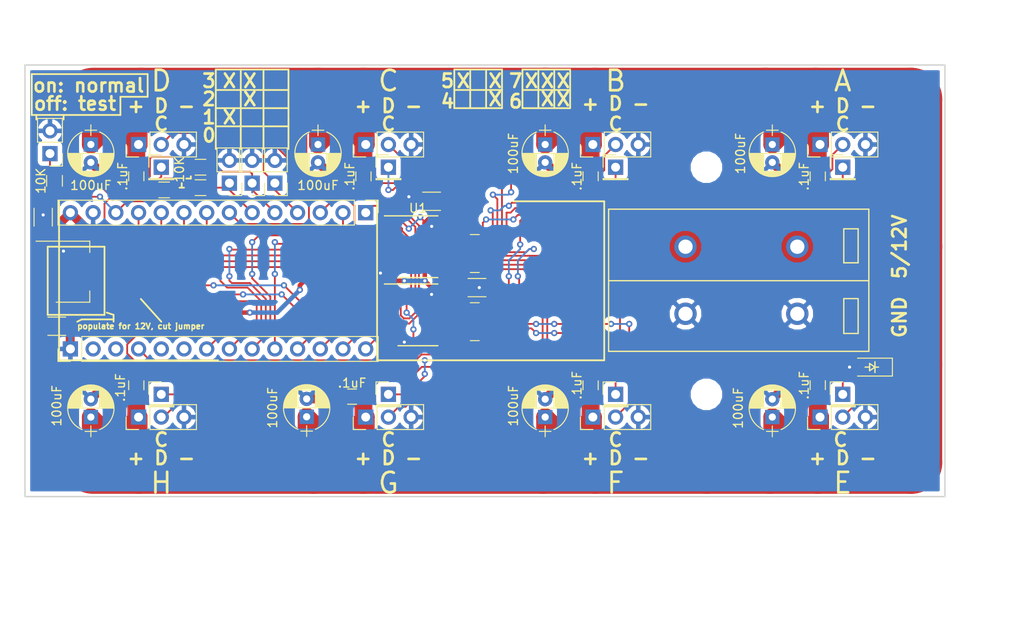
<source format=kicad_pcb>
(kicad_pcb (version 4) (host pcbnew 4.0.6-e0-6349~53~ubuntu16.04.1)
  (layers (0 F.Cu signal) (31 B.Cu signal) (34 B.Paste user) (35 F.Paste user) (36 B.SilkS user) (37 F.SilkS user) (38 B.Mask user) (39 F.Mask user) (44 Edge.Cuts user))
  (net 0 "")
  (net 1 GND)
  (net 2 /IO16)
  (net 3 /IO0)
  (net 4 /IO1)
  (net 5 /IO2)
  (net 6 /IO3)
  (net 7 /IO4)
  (net 8 /IO5)
  (net 9 /IO6)
  (net 10 /IO7)
  (net 11 /IO8)
  (net 12 /IO9)
  (net 13 /IO10)
  (net 14 /IO11)
  (net 15 /IO12)
  (net 16 /IO13)
  (net 17 /IO14)
  (net 18 /IO15)
  (net 19 /IO17)
  (net 20 /IO18)
  (net 21 /IO19)
  (net 22 /IO20)
  (net 23 /IO21)
  (net 24 /IO22)
  (net 25 /IO23)
  (net 26 /3V3)
  (net 27 /DATA1)
  (net 28 /DATA2)
  (net 29 /DATA3)
  (net 30 /DATA4)
  (net 31 /DATA5)
  (net 32 /DATA6)
  (net 33 /DATA7)
  (net 34 /DATA8)
  (net 35 /CLK1)
  (net 36 /CLK2)
  (net 37 /CLK3)
  (net 38 /CLK4)
  (net 39 /CLK5)
  (net 40 /CLK6)
  (net 41 /CLK7)
  (net 42 /CLK8)
  (net 43 "Net-(RN1-Pad8)")
  (net 44 "Net-(RN1-Pad7)")
  (net 45 "Net-(RN1-Pad6)")
  (net 46 "Net-(RN1-Pad5)")
  (net 47 "Net-(RN1-Pad4)")
  (net 48 "Net-(RN1-Pad3)")
  (net 49 "Net-(RN1-Pad2)")
  (net 50 "Net-(RN1-Pad1)")
  (net 51 "Net-(RN2-Pad8)")
  (net 52 "Net-(RN2-Pad7)")
  (net 53 "Net-(RN2-Pad6)")
  (net 54 "Net-(RN2-Pad5)")
  (net 55 "Net-(RN2-Pad4)")
  (net 56 "Net-(RN2-Pad3)")
  (net 57 "Net-(RN2-Pad2)")
  (net 58 "Net-(RN2-Pad1)")
  (net 59 /VCC)
  (net 60 /5V)
  (module 1dah:Drill_Hole_2.5mm (layer F.Cu) (at 152.4 76.2)
    (fp_text reference REF** hide)
    (fp_text value Drill_Hole hide)
    (pad "" np_thru_hole circle (at 0 0) (size 2.5 2.5) (drill 2.5) (layers *.Cu *.Mask))
  )
  (module Pin_Headers:Pin_Header_Straight_1x01_Pitch2.54mm (layer F.Cu) (at 116.84 50.8)
    (fp_text reference J18 hide)
    (fp_text value JC hide)
    (pad 1 thru_hole rect (at 0 0) (size 1.7 1.7) (drill 1) (layers *.Cu *.Mask) (net 37 /CLK3))
  )
  (module Capacitors_SMD:C_0805 (layer F.Cu) (at 164.846 51.816 270)
    (fp_text reference C1 hide)
    (fp_text value .1uF (at 0 1.524 270) (layer F.SilkS))
    (pad 1 smd rect (at -1 0 270) (size 1 1.25) (layers F.Cu F.Paste F.Mask) (net 59 /VCC))
    (pad 2 smd rect (at 1 0 270) (size 1 1.25) (layers F.Cu F.Paste F.Mask) (net 1 GND))
  )
  (module Capacitors_SMD:C_0805 (layer F.Cu) (at 139.446 51.816 270)
    (fp_text reference C2 hide)
    (fp_text value .1uF (at 0 1.524 270) (layer F.SilkS))
    (pad 1 smd rect (at -1 0 270) (size 1 1.25) (layers F.Cu F.Paste F.Mask) (net 59 /VCC))
    (pad 2 smd rect (at 1 0 270) (size 1 1.25) (layers F.Cu F.Paste F.Mask) (net 1 GND))
  )
  (module Capacitors_SMD:C_0805 (layer F.Cu) (at 114.046 51.816 270)
    (fp_text reference C3 hide)
    (fp_text value .1uF (at 0 1.524 270) (layer F.SilkS))
    (pad 1 smd rect (at -1 0 270) (size 1 1.25) (layers F.Cu F.Paste F.Mask) (net 59 /VCC))
    (pad 2 smd rect (at 1 0 270) (size 1 1.25) (layers F.Cu F.Paste F.Mask) (net 1 GND))
  )
  (module Capacitors_SMD:C_0805 (layer F.Cu) (at 88.646 51.816 270)
    (fp_text reference C4 hide)
    (fp_text value .1uF (at 0 1.524 270) (layer F.SilkS))
    (pad 1 smd rect (at -1 0 270) (size 1 1.25) (layers F.Cu F.Paste F.Mask) (net 59 /VCC))
    (pad 2 smd rect (at 1 0 270) (size 1 1.25) (layers F.Cu F.Paste F.Mask) (net 1 GND))
  )
  (module Capacitors_SMD:C_0805 (layer F.Cu) (at 164.846 75.168 90)
    (fp_text reference C5 hide)
    (fp_text value .1uF (at -0.016 -1.524 90) (layer F.SilkS))
    (pad 1 smd rect (at -1 0 90) (size 1 1.25) (layers F.Cu F.Paste F.Mask) (net 59 /VCC))
    (pad 2 smd rect (at 1 0 90) (size 1 1.25) (layers F.Cu F.Paste F.Mask) (net 1 GND))
  )
  (module Capacitors_SMD:C_0805 (layer F.Cu) (at 139.446 75.184 90)
    (fp_text reference C6 hide)
    (fp_text value .1uF (at 0 -1.524 90) (layer F.SilkS))
    (pad 1 smd rect (at -1 0 90) (size 1 1.25) (layers F.Cu F.Paste F.Mask) (net 59 /VCC))
    (pad 2 smd rect (at 1 0 90) (size 1 1.25) (layers F.Cu F.Paste F.Mask) (net 1 GND))
  )
  (module Capacitors_SMD:C_0805 (layer F.Cu) (at 112.776 76.454 180)
    (fp_text reference C7 hide)
    (fp_text value .1uF (at 0 1.524 180) (layer F.SilkS))
    (pad 1 smd rect (at -1 0 180) (size 1 1.25) (layers F.Cu F.Paste F.Mask) (net 59 /VCC))
    (pad 2 smd rect (at 1 0 180) (size 1 1.25) (layers F.Cu F.Paste F.Mask) (net 1 GND))
  )
  (module Capacitors_SMD:C_0805 (layer F.Cu) (at 88.646 75.184 90)
    (fp_text reference C8 hide)
    (fp_text value .1uF (at -0.254 -1.778 90) (layer F.SilkS))
    (pad 1 smd rect (at -1 0 90) (size 1 1.25) (layers F.Cu F.Paste F.Mask) (net 59 /VCC))
    (pad 2 smd rect (at 1 0 90) (size 1 1.25) (layers F.Cu F.Paste F.Mask) (net 1 GND))
  )
  (module Capacitors_THT:CP_Radial_D5.0mm_P2.00mm (layer F.Cu) (at 159.766 48.26 270)
    (fp_text reference C9 hide)
    (fp_text value 100uF (at 1 3.56 270) (layer F.SilkS))
    (pad 1 thru_hole rect (at 0 0 270) (size 1.6 1.6) (drill 0.8) (layers *.Cu *.Mask) (net 59 /VCC))
    (pad 2 thru_hole circle (at 2 0 270) (size 1.6 1.6) (drill 0.8) (layers *.Cu *.Mask) (net 1 GND))
  )
  (module Capacitors_THT:CP_Radial_D5.0mm_P2.00mm (layer F.Cu) (at 134.366 48.26 270)
    (fp_text reference C10 hide)
    (fp_text value 100uF (at 1 3.56 270) (layer F.SilkS))
    (pad 1 thru_hole rect (at 0 0 270) (size 1.6 1.6) (drill 0.8) (layers *.Cu *.Mask) (net 59 /VCC))
    (pad 2 thru_hole circle (at 2 0 270) (size 1.6 1.6) (drill 0.8) (layers *.Cu *.Mask) (net 1 GND))
  )
  (module Capacitors_THT:CP_Radial_D5.0mm_P2.00mm (layer F.Cu) (at 108.966 48.26 270)
    (fp_text reference C11 hide)
    (fp_text value 100uF (at 4.572 0 360) (layer F.SilkS))
    (pad 1 thru_hole rect (at 0 0 270) (size 1.6 1.6) (drill 0.8) (layers *.Cu *.Mask) (net 59 /VCC))
    (pad 2 thru_hole circle (at 2 0 270) (size 1.6 1.6) (drill 0.8) (layers *.Cu *.Mask) (net 1 GND))
  )
  (module Capacitors_THT:CP_Radial_D5.0mm_P2.00mm (layer F.Cu) (at 83.566 48.26 270)
    (fp_text reference C12 hide)
    (fp_text value 100uF (at 4.572 0 360) (layer F.SilkS))
    (pad 1 thru_hole rect (at 0 0 270) (size 1.6 1.6) (drill 0.8) (layers *.Cu *.Mask) (net 59 /VCC))
    (pad 2 thru_hole circle (at 2 0 270) (size 1.6 1.6) (drill 0.8) (layers *.Cu *.Mask) (net 1 GND))
  )
  (module Capacitors_THT:CP_Radial_D5.0mm_P2.00mm (layer F.Cu) (at 159.766 78.74 90)
    (fp_text reference C13 hide)
    (fp_text value 100uF (at 1.016 -3.81 90) (layer F.SilkS))
    (pad 1 thru_hole rect (at 0 0 90) (size 1.6 1.6) (drill 0.8) (layers *.Cu *.Mask) (net 59 /VCC))
    (pad 2 thru_hole circle (at 2 0 90) (size 1.6 1.6) (drill 0.8) (layers *.Cu *.Mask) (net 1 GND))
  )
  (module Capacitors_THT:CP_Radial_D5.0mm_P2.00mm (layer F.Cu) (at 134.366 78.74 90)
    (fp_text reference C14 hide)
    (fp_text value 100uF (at 1.27 -3.556 90) (layer F.SilkS))
    (pad 1 thru_hole rect (at 0 0 90) (size 1.6 1.6) (drill 0.8) (layers *.Cu *.Mask) (net 59 /VCC))
    (pad 2 thru_hole circle (at 2 0 90) (size 1.6 1.6) (drill 0.8) (layers *.Cu *.Mask) (net 1 GND))
  )
  (module Capacitors_THT:CP_Radial_D5.0mm_P2.00mm (layer F.Cu) (at 107.696 78.708 90)
    (fp_text reference C15 hide)
    (fp_text value 100uF (at 1.016 -3.81 90) (layer F.SilkS))
    (pad 1 thru_hole rect (at 0 0 90) (size 1.6 1.6) (drill 0.8) (layers *.Cu *.Mask) (net 59 /VCC))
    (pad 2 thru_hole circle (at 2 0 90) (size 1.6 1.6) (drill 0.8) (layers *.Cu *.Mask) (net 1 GND))
  )
  (module Capacitors_THT:CP_Radial_D5.0mm_P2.00mm (layer F.Cu) (at 83.566 78.74 90)
    (fp_text reference C16 hide)
    (fp_text value 100uF (at 1.27 -3.81 90) (layer F.SilkS))
    (pad 1 thru_hole rect (at 0 0 90) (size 1.6 1.6) (drill 0.8) (layers *.Cu *.Mask) (net 59 /VCC))
    (pad 2 thru_hole circle (at 2 0 90) (size 1.6 1.6) (drill 0.8) (layers *.Cu *.Mask) (net 1 GND))
  )
  (module Pin_Headers:Pin_Header_Straight_1x02_Pitch2.54mm (layer F.Cu) (at 78.994 49.276 180)
    (fp_text reference J2 hide)
    (fp_text value J_TEST hide)
    (pad 1 thru_hole rect (at 0 0 180) (size 1.7 1.7) (drill 1) (layers *.Cu *.Mask) (net 21 /IO19))
    (pad 2 thru_hole oval (at 0 2.54 180) (size 1.7 1.7) (drill 1) (layers *.Cu *.Mask) (net 1 GND))
  )
  (module Pin_Headers:Pin_Header_Straight_1x14_Pitch2.54mm (layer F.Cu) (at 81.28 71.12 90)
    (fp_text reference J3 hide)
    (fp_text value CONN_01X14 hide)
    (pad 1 thru_hole rect (at 0 0 90) (size 1.7 1.7) (drill 1) (layers *.Cu *.Mask) (net 1 GND))
    (pad 2 thru_hole oval (at 0 2.54 90) (size 1.7 1.7) (drill 1) (layers *.Cu *.Mask) (net 3 /IO0))
    (pad 3 thru_hole oval (at 0 5.08 90) (size 1.7 1.7) (drill 1) (layers *.Cu *.Mask) (net 4 /IO1))
    (pad 4 thru_hole oval (at 0 7.62 90) (size 1.7 1.7) (drill 1) (layers *.Cu *.Mask) (net 5 /IO2))
    (pad 5 thru_hole oval (at 0 10.16 90) (size 1.7 1.7) (drill 1) (layers *.Cu *.Mask) (net 6 /IO3))
    (pad 6 thru_hole oval (at 0 12.7 90) (size 1.7 1.7) (drill 1) (layers *.Cu *.Mask) (net 7 /IO4))
    (pad 7 thru_hole oval (at 0 15.24 90) (size 1.7 1.7) (drill 1) (layers *.Cu *.Mask) (net 8 /IO5))
    (pad 8 thru_hole oval (at 0 17.78 90) (size 1.7 1.7) (drill 1) (layers *.Cu *.Mask) (net 9 /IO6))
    (pad 9 thru_hole oval (at 0 20.32 90) (size 1.7 1.7) (drill 1) (layers *.Cu *.Mask) (net 10 /IO7))
    (pad 10 thru_hole oval (at 0 22.86 90) (size 1.7 1.7) (drill 1) (layers *.Cu *.Mask) (net 11 /IO8))
    (pad 11 thru_hole oval (at 0 25.4 90) (size 1.7 1.7) (drill 1) (layers *.Cu *.Mask) (net 12 /IO9))
    (pad 12 thru_hole oval (at 0 27.94 90) (size 1.7 1.7) (drill 1) (layers *.Cu *.Mask) (net 13 /IO10))
    (pad 13 thru_hole oval (at 0 30.48 90) (size 1.7 1.7) (drill 1) (layers *.Cu *.Mask) (net 14 /IO11))
    (pad 14 thru_hole oval (at 0 33.02 90) (size 1.7 1.7) (drill 1) (layers *.Cu *.Mask) (net 15 /IO12))
  )
  (module Pin_Headers:Pin_Header_Straight_1x14_Pitch2.54mm (layer F.Cu) (at 114.3 55.88 270)
    (fp_text reference J4 hide)
    (fp_text value CONN_01X14 hide)
    (pad 1 thru_hole rect (at 0 0 270) (size 1.7 1.7) (drill 1) (layers *.Cu *.Mask) (net 16 /IO13))
    (pad 2 thru_hole oval (at 0 2.54 270) (size 1.7 1.7) (drill 1) (layers *.Cu *.Mask) (net 17 /IO14))
    (pad 3 thru_hole oval (at 0 5.08 270) (size 1.7 1.7) (drill 1) (layers *.Cu *.Mask) (net 18 /IO15))
    (pad 4 thru_hole oval (at 0 7.62 270) (size 1.7 1.7) (drill 1) (layers *.Cu *.Mask) (net 2 /IO16))
    (pad 5 thru_hole oval (at 0 10.16 270) (size 1.7 1.7) (drill 1) (layers *.Cu *.Mask) (net 19 /IO17))
    (pad 6 thru_hole oval (at 0 12.7 270) (size 1.7 1.7) (drill 1) (layers *.Cu *.Mask) (net 20 /IO18))
    (pad 7 thru_hole oval (at 0 15.24 270) (size 1.7 1.7) (drill 1) (layers *.Cu *.Mask) (net 21 /IO19))
    (pad 8 thru_hole oval (at 0 17.78 270) (size 1.7 1.7) (drill 1) (layers *.Cu *.Mask) (net 22 /IO20))
    (pad 9 thru_hole oval (at 0 20.32 270) (size 1.7 1.7) (drill 1) (layers *.Cu *.Mask) (net 23 /IO21))
    (pad 10 thru_hole oval (at 0 22.86 270) (size 1.7 1.7) (drill 1) (layers *.Cu *.Mask) (net 24 /IO22))
    (pad 11 thru_hole oval (at 0 25.4 270) (size 1.7 1.7) (drill 1) (layers *.Cu *.Mask) (net 25 /IO23))
    (pad 12 thru_hole oval (at 0 27.94 270) (size 1.7 1.7) (drill 1) (layers *.Cu *.Mask) (net 26 /3V3))
    (pad 13 thru_hole oval (at 0 30.48 270) (size 1.7 1.7) (drill 1) (layers *.Cu *.Mask) (net 1 GND))
    (pad 14 thru_hole oval (at 0 33.02 270) (size 1.7 1.7) (drill 1) (layers *.Cu *.Mask) (net 60 /5V))
  )
  (module Pin_Headers:Pin_Header_Straight_1x02_Pitch2.54mm (layer F.Cu) (at 104.14 52.578 180)
    (fp_text reference J5 hide)
    (fp_text value J_1 hide)
    (pad 1 thru_hole rect (at 0 0 180) (size 1.7 1.7) (drill 1) (layers *.Cu *.Mask) (net 2 /IO16))
    (pad 2 thru_hole oval (at 0 2.54 180) (size 1.7 1.7) (drill 1) (layers *.Cu *.Mask) (net 1 GND))
  )
  (module Pin_Headers:Pin_Header_Straight_1x02_Pitch2.54mm (layer F.Cu) (at 101.6 52.578 180)
    (fp_text reference J6 hide)
    (fp_text value J_2 hide)
    (pad 1 thru_hole rect (at 0 0 180) (size 1.7 1.7) (drill 1) (layers *.Cu *.Mask) (net 19 /IO17))
    (pad 2 thru_hole oval (at 0 2.54 180) (size 1.7 1.7) (drill 1) (layers *.Cu *.Mask) (net 1 GND))
  )
  (module Pin_Headers:Pin_Header_Straight_1x02_Pitch2.54mm (layer F.Cu) (at 99.06 52.578 180)
    (fp_text reference J7 hide)
    (fp_text value J_4 hide)
    (pad 1 thru_hole rect (at 0 0 180) (size 1.7 1.7) (drill 1) (layers *.Cu *.Mask) (net 20 /IO18))
    (pad 2 thru_hole oval (at 0 2.54 180) (size 1.7 1.7) (drill 1) (layers *.Cu *.Mask) (net 1 GND))
  )
  (module Pin_Headers:Pin_Header_Straight_1x03_Pitch2.54mm (layer F.Cu) (at 165.1 48.26 90)
    (fp_text reference J8 hide)
    (fp_text value JA)
    (pad 1 thru_hole rect (at 0 0 90) (size 1.7 1.7) (drill 1) (layers *.Cu *.Mask) (net 59 /VCC))
    (pad 2 thru_hole oval (at 0 2.54 90) (size 1.7 1.7) (drill 1) (layers *.Cu *.Mask) (net 27 /DATA1))
    (pad 3 thru_hole oval (at 0 5.08 90) (size 1.7 1.7) (drill 1) (layers *.Cu *.Mask) (net 1 GND))
  )
  (module Pin_Headers:Pin_Header_Straight_1x03_Pitch2.54mm (layer F.Cu) (at 139.7 48.26 90)
    (fp_text reference J9 hide)
    (fp_text value JB)
    (pad 1 thru_hole rect (at 0 0 90) (size 1.7 1.7) (drill 1) (layers *.Cu *.Mask) (net 59 /VCC))
    (pad 2 thru_hole oval (at 0 2.54 90) (size 1.7 1.7) (drill 1) (layers *.Cu *.Mask) (net 28 /DATA2))
    (pad 3 thru_hole oval (at 0 5.08 90) (size 1.7 1.7) (drill 1) (layers *.Cu *.Mask) (net 1 GND))
  )
  (module Pin_Headers:Pin_Header_Straight_1x03_Pitch2.54mm (layer F.Cu) (at 114.3 48.26 90)
    (fp_text reference J10 hide)
    (fp_text value JC)
    (pad 1 thru_hole rect (at 0 0 90) (size 1.7 1.7) (drill 1) (layers *.Cu *.Mask) (net 59 /VCC))
    (pad 2 thru_hole oval (at 0 2.54 90) (size 1.7 1.7) (drill 1) (layers *.Cu *.Mask) (net 29 /DATA3))
    (pad 3 thru_hole oval (at 0 5.08 90) (size 1.7 1.7) (drill 1) (layers *.Cu *.Mask) (net 1 GND))
  )
  (module Pin_Headers:Pin_Header_Straight_1x03_Pitch2.54mm (layer F.Cu) (at 88.9 48.26 90)
    (fp_text reference J11 hide)
    (fp_text value JD)
    (pad 1 thru_hole rect (at 0 0 90) (size 1.7 1.7) (drill 1) (layers *.Cu *.Mask) (net 59 /VCC))
    (pad 2 thru_hole oval (at 0 2.54 90) (size 1.7 1.7) (drill 1) (layers *.Cu *.Mask) (net 30 /DATA4))
    (pad 3 thru_hole oval (at 0 5.08 90) (size 1.7 1.7) (drill 1) (layers *.Cu *.Mask) (net 1 GND))
  )
  (module Pin_Headers:Pin_Header_Straight_1x03_Pitch2.54mm (layer F.Cu) (at 165.1 78.74 90)
    (fp_text reference J12 hide)
    (fp_text value JE)
    (pad 1 thru_hole rect (at 0 0 90) (size 1.7 1.7) (drill 1) (layers *.Cu *.Mask) (net 59 /VCC))
    (pad 2 thru_hole oval (at 0 2.54 90) (size 1.7 1.7) (drill 1) (layers *.Cu *.Mask) (net 31 /DATA5))
    (pad 3 thru_hole oval (at 0 5.08 90) (size 1.7 1.7) (drill 1) (layers *.Cu *.Mask) (net 1 GND))
  )
  (module Pin_Headers:Pin_Header_Straight_1x03_Pitch2.54mm (layer F.Cu) (at 139.7 78.74 90)
    (fp_text reference J13 hide)
    (fp_text value JF)
    (pad 1 thru_hole rect (at 0 0 90) (size 1.7 1.7) (drill 1) (layers *.Cu *.Mask) (net 59 /VCC))
    (pad 2 thru_hole oval (at 0 2.54 90) (size 1.7 1.7) (drill 1) (layers *.Cu *.Mask) (net 32 /DATA6))
    (pad 3 thru_hole oval (at 0 5.08 90) (size 1.7 1.7) (drill 1) (layers *.Cu *.Mask) (net 1 GND))
  )
  (module Pin_Headers:Pin_Header_Straight_1x03_Pitch2.54mm (layer F.Cu) (at 114.3 78.74 90)
    (fp_text reference J14 hide)
    (fp_text value JG)
    (pad 1 thru_hole rect (at 0 0 90) (size 1.7 1.7) (drill 1) (layers *.Cu *.Mask) (net 59 /VCC))
    (pad 2 thru_hole oval (at 0 2.54 90) (size 1.7 1.7) (drill 1) (layers *.Cu *.Mask) (net 33 /DATA7))
    (pad 3 thru_hole oval (at 0 5.08 90) (size 1.7 1.7) (drill 1) (layers *.Cu *.Mask) (net 1 GND))
  )
  (module Pin_Headers:Pin_Header_Straight_1x03_Pitch2.54mm (layer F.Cu) (at 88.9 78.74 90)
    (fp_text reference J15 hide)
    (fp_text value JH)
    (pad 1 thru_hole rect (at 0 0 90) (size 1.7 1.7) (drill 1) (layers *.Cu *.Mask) (net 59 /VCC))
    (pad 2 thru_hole oval (at 0 2.54 90) (size 1.7 1.7) (drill 1) (layers *.Cu *.Mask) (net 34 /DATA8))
    (pad 3 thru_hole oval (at 0 5.08 90) (size 1.7 1.7) (drill 1) (layers *.Cu *.Mask) (net 1 GND))
  )
  (module Pin_Headers:Pin_Header_Straight_1x01_Pitch2.54mm (layer F.Cu) (at 167.64 50.8)
    (fp_text reference J16 hide)
    (fp_text value JA)
    (pad 1 thru_hole rect (at 0 0) (size 1.7 1.7) (drill 1) (layers *.Cu *.Mask) (net 35 /CLK1))
  )
  (module Pin_Headers:Pin_Header_Straight_1x01_Pitch2.54mm (layer F.Cu) (at 142.24 50.8)
    (fp_text reference J17 hide)
    (fp_text value JB)
    (pad 1 thru_hole rect (at 0 0) (size 1.7 1.7) (drill 1) (layers *.Cu *.Mask) (net 36 /CLK2))
  )
  (module Pin_Headers:Pin_Header_Straight_1x01_Pitch2.54mm (layer F.Cu) (at 91.44 50.8)
    (fp_text reference J19 hide)
    (fp_text value JD hide)
    (pad 1 thru_hole rect (at 0 0) (size 1.7 1.7) (drill 1) (layers *.Cu *.Mask) (net 38 /CLK4))
  )
  (module Pin_Headers:Pin_Header_Straight_1x01_Pitch2.54mm (layer F.Cu) (at 167.64 76.2)
    (fp_text reference J20 hide)
    (fp_text value JE)
    (pad 1 thru_hole rect (at 0 0) (size 1.7 1.7) (drill 1) (layers *.Cu *.Mask) (net 39 /CLK5))
  )
  (module Pin_Headers:Pin_Header_Straight_1x01_Pitch2.54mm (layer F.Cu) (at 142.24 76.2)
    (fp_text reference J21 hide)
    (fp_text value JF)
    (pad 1 thru_hole rect (at 0 0) (size 1.7 1.7) (drill 1) (layers *.Cu *.Mask) (net 40 /CLK6))
  )
  (module Pin_Headers:Pin_Header_Straight_1x01_Pitch2.54mm (layer F.Cu) (at 116.84 76.2)
    (fp_text reference J22 hide)
    (fp_text value JG)
    (pad 1 thru_hole rect (at 0 0) (size 1.7 1.7) (drill 1) (layers *.Cu *.Mask) (net 41 /CLK7))
  )
  (module Pin_Headers:Pin_Header_Straight_1x01_Pitch2.54mm (layer F.Cu) (at 91.44 76.2)
    (fp_text reference J23 hide)
    (fp_text value JH)
    (pad 1 thru_hole rect (at 0 0) (size 1.7 1.7) (drill 1) (layers *.Cu *.Mask) (net 42 /CLK8))
  )
  (module Resistors_SMD:R_0805 (layer F.Cu) (at 79.502 52.324 90)
    (fp_text reference R1 hide)
    (fp_text value 10K (at 0 -1.524 90) (layer F.SilkS))
    (pad 1 smd rect (at -0.95 0 90) (size 0.7 1.3) (layers F.Cu F.Paste F.Mask) (net 26 /3V3))
    (pad 2 smd rect (at 0.95 0 90) (size 0.7 1.3) (layers F.Cu F.Paste F.Mask) (net 21 /IO19))
  )
  (module Resistors_SMD:R_0805 (layer F.Cu) (at 91.76 53.34)
    (fp_text reference R2 hide)
    (fp_text value 10K)
    (pad 1 smd rect (at -0.95 0) (size 0.7 1.3) (layers F.Cu F.Paste F.Mask) (net 26 /3V3))
    (pad 2 smd rect (at 0.95 0) (size 0.7 1.3) (layers F.Cu F.Paste F.Mask) (net 2 /IO16))
  )
  (module Resistors_SMD:R_0805 (layer F.Cu) (at 95.824 50.8)
    (fp_text reference R3 hide)
    (fp_text value 10K (at -2.352 0.254 90) (layer F.SilkS))
    (pad 1 smd rect (at -0.95 0) (size 0.7 1.3) (layers F.Cu F.Paste F.Mask) (net 26 /3V3))
    (pad 2 smd rect (at 0.95 0) (size 0.7 1.3) (layers F.Cu F.Paste F.Mask) (net 19 /IO17))
  )
  (module Resistors_SMD:R_0805 (layer F.Cu) (at 95.824 53.086)
    (fp_text reference R4 hide)
    (fp_text value 10K)
    (pad 1 smd rect (at -0.95 0) (size 0.7 1.3) (layers F.Cu F.Paste F.Mask) (net 26 /3V3))
    (pad 2 smd rect (at 0.95 0) (size 0.7 1.3) (layers F.Cu F.Paste F.Mask) (net 20 /IO18))
  )
  (module Housings_SSOP:TSSOP-20_4.4x6.5mm_Pitch0.65mm (layer F.Cu) (at 120.142 67.31)
    (fp_text reference U2 hide)
    (fp_text value 74HC245 hide)
    (pad 1 smd rect (at -2.95 -2.925) (size 1.45 0.45) (layers F.Cu F.Paste F.Mask) (net 60 /5V))
    (pad 2 smd rect (at -2.95 -2.275) (size 1.45 0.45) (layers F.Cu F.Paste F.Mask) (net 18 /IO15))
    (pad 3 smd rect (at -2.95 -1.625) (size 1.45 0.45) (layers F.Cu F.Paste F.Mask) (net 24 /IO22))
    (pad 4 smd rect (at -2.95 -0.975) (size 1.45 0.45) (layers F.Cu F.Paste F.Mask) (net 25 /IO23))
    (pad 5 smd rect (at -2.95 -0.325) (size 1.45 0.45) (layers F.Cu F.Paste F.Mask) (net 12 /IO9))
    (pad 6 smd rect (at -2.95 0.325) (size 1.45 0.45) (layers F.Cu F.Paste F.Mask) (net 13 /IO10))
    (pad 7 smd rect (at -2.95 0.975) (size 1.45 0.45) (layers F.Cu F.Paste F.Mask) (net 16 /IO13))
    (pad 8 smd rect (at -2.95 1.625) (size 1.45 0.45) (layers F.Cu F.Paste F.Mask) (net 14 /IO11))
    (pad 9 smd rect (at -2.95 2.275) (size 1.45 0.45) (layers F.Cu F.Paste F.Mask) (net 15 /IO12))
    (pad 10 smd rect (at -2.95 2.925) (size 1.45 0.45) (layers F.Cu F.Paste F.Mask) (net 1 GND))
    (pad 11 smd rect (at 2.95 2.925) (size 1.45 0.45) (layers F.Cu F.Paste F.Mask) (net 51 "Net-(RN2-Pad8)"))
    (pad 12 smd rect (at 2.95 2.275) (size 1.45 0.45) (layers F.Cu F.Paste F.Mask) (net 52 "Net-(RN2-Pad7)"))
    (pad 13 smd rect (at 2.95 1.625) (size 1.45 0.45) (layers F.Cu F.Paste F.Mask) (net 53 "Net-(RN2-Pad6)"))
    (pad 14 smd rect (at 2.95 0.975) (size 1.45 0.45) (layers F.Cu F.Paste F.Mask) (net 54 "Net-(RN2-Pad5)"))
    (pad 15 smd rect (at 2.95 0.325) (size 1.45 0.45) (layers F.Cu F.Paste F.Mask) (net 55 "Net-(RN2-Pad4)"))
    (pad 16 smd rect (at 2.95 -0.325) (size 1.45 0.45) (layers F.Cu F.Paste F.Mask) (net 56 "Net-(RN2-Pad3)"))
    (pad 17 smd rect (at 2.95 -0.975) (size 1.45 0.45) (layers F.Cu F.Paste F.Mask) (net 57 "Net-(RN2-Pad2)"))
    (pad 18 smd rect (at 2.95 -1.625) (size 1.45 0.45) (layers F.Cu F.Paste F.Mask) (net 58 "Net-(RN2-Pad1)"))
    (pad 19 smd rect (at 2.95 -2.275) (size 1.45 0.45) (layers F.Cu F.Paste F.Mask) (net 1 GND))
    (pad 20 smd rect (at 2.95 -2.925) (size 1.45 0.45) (layers F.Cu F.Paste F.Mask) (net 60 /5V))
  )
  (module Resistors_SMD:R_Array_Convex_8x0602 (layer F.Cu) (at 126.492 60.452)
    (fp_text reference RN1 hide)
    (fp_text value 100)
    (pad 1 smd rect (at -0.9 -1.75) (size 0.8 0.3) (layers F.Cu F.Paste F.Mask) (net 50 "Net-(RN1-Pad1)"))
    (pad 16 smd rect (at 0.9 -1.75) (size 0.8 0.3) (layers F.Cu F.Paste F.Mask) (net 27 /DATA1))
    (pad 8 smd rect (at -0.9 1.75) (size 0.8 0.3) (layers F.Cu F.Paste F.Mask) (net 43 "Net-(RN1-Pad8)"))
    (pad 9 smd rect (at 0.9 1.75) (size 0.8 0.3) (layers F.Cu F.Paste F.Mask) (net 34 /DATA8))
    (pad 2 smd rect (at -0.9 -1.25) (size 0.8 0.3) (layers F.Cu F.Paste F.Mask) (net 49 "Net-(RN1-Pad2)"))
    (pad 3 smd rect (at -0.9 -0.75) (size 0.8 0.3) (layers F.Cu F.Paste F.Mask) (net 48 "Net-(RN1-Pad3)"))
    (pad 4 smd rect (at -0.9 -0.25) (size 0.8 0.3) (layers F.Cu F.Paste F.Mask) (net 47 "Net-(RN1-Pad4)"))
    (pad 5 smd rect (at -0.9 0.25) (size 0.8 0.3) (layers F.Cu F.Paste F.Mask) (net 46 "Net-(RN1-Pad5)"))
    (pad 6 smd rect (at -0.9 0.75) (size 0.8 0.3) (layers F.Cu F.Paste F.Mask) (net 45 "Net-(RN1-Pad6)"))
    (pad 7 smd rect (at -0.9 1.25) (size 0.8 0.3) (layers F.Cu F.Paste F.Mask) (net 44 "Net-(RN1-Pad7)"))
    (pad 15 smd rect (at 0.9 -1.25) (size 0.8 0.3) (layers F.Cu F.Paste F.Mask) (net 28 /DATA2))
    (pad 14 smd rect (at 0.9 -0.75) (size 0.8 0.3) (layers F.Cu F.Paste F.Mask) (net 29 /DATA3))
    (pad 13 smd rect (at 0.9 -0.25) (size 0.8 0.3) (layers F.Cu F.Paste F.Mask) (net 30 /DATA4))
    (pad 11 smd rect (at 0.9 0.75) (size 0.8 0.3) (layers F.Cu F.Paste F.Mask) (net 32 /DATA6))
    (pad 12 smd rect (at 0.9 0.25) (size 0.8 0.3) (layers F.Cu F.Paste F.Mask) (net 31 /DATA5))
    (pad 10 smd rect (at 0.9 1.25) (size 0.8 0.3) (layers F.Cu F.Paste F.Mask) (net 33 /DATA7))
  )
  (module Resistors_SMD:R_Array_Convex_8x0602 (layer F.Cu) (at 126.492 68.072)
    (fp_text reference RN2 hide)
    (fp_text value 100)
    (pad 1 smd rect (at -0.9 -1.75) (size 0.8 0.3) (layers F.Cu F.Paste F.Mask) (net 58 "Net-(RN2-Pad1)"))
    (pad 16 smd rect (at 0.9 -1.75) (size 0.8 0.3) (layers F.Cu F.Paste F.Mask) (net 35 /CLK1))
    (pad 8 smd rect (at -0.9 1.75) (size 0.8 0.3) (layers F.Cu F.Paste F.Mask) (net 51 "Net-(RN2-Pad8)"))
    (pad 9 smd rect (at 0.9 1.75) (size 0.8 0.3) (layers F.Cu F.Paste F.Mask) (net 42 /CLK8))
    (pad 2 smd rect (at -0.9 -1.25) (size 0.8 0.3) (layers F.Cu F.Paste F.Mask) (net 57 "Net-(RN2-Pad2)"))
    (pad 3 smd rect (at -0.9 -0.75) (size 0.8 0.3) (layers F.Cu F.Paste F.Mask) (net 56 "Net-(RN2-Pad3)"))
    (pad 4 smd rect (at -0.9 -0.25) (size 0.8 0.3) (layers F.Cu F.Paste F.Mask) (net 55 "Net-(RN2-Pad4)"))
    (pad 5 smd rect (at -0.9 0.25) (size 0.8 0.3) (layers F.Cu F.Paste F.Mask) (net 54 "Net-(RN2-Pad5)"))
    (pad 6 smd rect (at -0.9 0.75) (size 0.8 0.3) (layers F.Cu F.Paste F.Mask) (net 53 "Net-(RN2-Pad6)"))
    (pad 7 smd rect (at -0.9 1.25) (size 0.8 0.3) (layers F.Cu F.Paste F.Mask) (net 52 "Net-(RN2-Pad7)"))
    (pad 15 smd rect (at 0.9 -1.25) (size 0.8 0.3) (layers F.Cu F.Paste F.Mask) (net 36 /CLK2))
    (pad 14 smd rect (at 0.9 -0.75) (size 0.8 0.3) (layers F.Cu F.Paste F.Mask) (net 37 /CLK3))
    (pad 13 smd rect (at 0.9 -0.25) (size 0.8 0.3) (layers F.Cu F.Paste F.Mask) (net 38 /CLK4))
    (pad 11 smd rect (at 0.9 0.75) (size 0.8 0.3) (layers F.Cu F.Paste F.Mask) (net 40 /CLK6))
    (pad 12 smd rect (at 0.9 0.25) (size 0.8 0.3) (layers F.Cu F.Paste F.Mask) (net 39 /CLK5))
    (pad 10 smd rect (at 0.9 1.25) (size 0.8 0.3) (layers F.Cu F.Paste F.Mask) (net 41 /CLK7))
  )
  (module Capacitors_SMD:C_1206 (layer F.Cu) (at 121.666 54.61)
    (fp_text reference C17 hide)
    (fp_text value 10uF)
    (pad 1 smd rect (at -1.5 0) (size 1 1.6) (layers F.Cu F.Paste F.Mask) (net 1 GND))
    (pad 2 smd rect (at 1.5 0) (size 1 1.6) (layers F.Cu F.Paste F.Mask) (net 60 /5V))
  )
  (module Capacitors_SMD:C_1206 (layer F.Cu) (at 126.746 64.262 180)
    (fp_text reference C18 hide)
    (fp_text value 10uF)
    (pad 1 smd rect (at -1.5 0 180) (size 1 1.6) (layers F.Cu F.Paste F.Mask) (net 1 GND))
    (pad 2 smd rect (at 1.5 0 180) (size 1 1.6) (layers F.Cu F.Paste F.Mask) (net 60 /5V))
  )
  (module 1dah:D_SOD-123 (layer F.Cu) (at 170.942 73.152 180)
    (fp_text reference D1 hide)
    (fp_text value D_Zener)
    (pad 1 smd rect (at -1.65 0 180) (size 0.9 1.2) (layers F.Cu F.Paste F.Mask) (net 59 /VCC))
    (pad 2 smd rect (at 1.65 0 180) (size 0.9 1.2) (layers F.Cu F.Paste F.Mask) (net 1 GND))
  )
  (module Capacitors_SMD:C_1206 (layer F.Cu) (at 79.756 68.58 180)
    (fp_text reference C19 hide)
    (fp_text value 10uF hide)
    (pad 1 smd rect (at -1.5 0 180) (size 1 1.6) (layers F.Cu F.Paste F.Mask) (net 1 GND))
    (pad 2 smd rect (at 1.5 0 180) (size 1 1.6) (layers F.Cu F.Paste F.Mask) (net 59 /VCC))
  )
  (module Capacitors_SMD:C_1206 (layer F.Cu) (at 78.232 56.388 270)
    (fp_text reference C20 hide)
    (fp_text value 10uF hide)
    (pad 1 smd rect (at -1.5 0 270) (size 1 1.6) (layers F.Cu F.Paste F.Mask) (net 1 GND))
    (pad 2 smd rect (at 1.5 0 270) (size 1 1.6) (layers F.Cu F.Paste F.Mask) (net 60 /5V))
  )
  (module TO_SOT_Packages_SMD:SOT-223 (layer F.Cu) (at 81.534 62.484)
    (fp_text reference U3 hide)
    (fp_text value AP111750 hide)
    (pad 4 smd rect (at 3.15 0) (size 2 3.8) (layers F.Cu F.Paste F.Mask) (net 60 /5V))
    (pad 2 smd rect (at -3.15 0) (size 2 1.5) (layers F.Cu F.Paste F.Mask) (net 60 /5V))
    (pad 3 smd rect (at -3.15 2.3) (size 2 1.5) (layers F.Cu F.Paste F.Mask) (net 59 /VCC))
    (pad 1 smd rect (at -3.15 -2.3) (size 2 1.5) (layers F.Cu F.Paste F.Mask) (net 1 GND))
  )
  (module Housings_SSOP:TSSOP-20_4.4x6.5mm_Pitch0.65mm (layer F.Cu) (at 120.142 59.69)
    (fp_text reference U1 (at 0 -4.3) (layer F.SilkS))
    (fp_text value 74HC245 hide)
    (pad 1 smd rect (at -2.95 -2.925) (size 1.45 0.45) (layers F.Cu F.Paste F.Mask) (net 60 /5V))
    (pad 2 smd rect (at -2.95 -2.275) (size 1.45 0.45) (layers F.Cu F.Paste F.Mask) (net 5 /IO2))
    (pad 3 smd rect (at -2.95 -1.625) (size 1.45 0.45) (layers F.Cu F.Paste F.Mask) (net 17 /IO14))
    (pad 4 smd rect (at -2.95 -0.975) (size 1.45 0.45) (layers F.Cu F.Paste F.Mask) (net 10 /IO7))
    (pad 5 smd rect (at -2.95 -0.325) (size 1.45 0.45) (layers F.Cu F.Paste F.Mask) (net 11 /IO8))
    (pad 6 smd rect (at -2.95 0.325) (size 1.45 0.45) (layers F.Cu F.Paste F.Mask) (net 9 /IO6))
    (pad 7 smd rect (at -2.95 0.975) (size 1.45 0.45) (layers F.Cu F.Paste F.Mask) (net 22 /IO20))
    (pad 8 smd rect (at -2.95 1.625) (size 1.45 0.45) (layers F.Cu F.Paste F.Mask) (net 23 /IO21))
    (pad 9 smd rect (at -2.95 2.275) (size 1.45 0.45) (layers F.Cu F.Paste F.Mask) (net 8 /IO5))
    (pad 10 smd rect (at -2.95 2.925) (size 1.45 0.45) (layers F.Cu F.Paste F.Mask) (net 1 GND))
    (pad 11 smd rect (at 2.95 2.925) (size 1.45 0.45) (layers F.Cu F.Paste F.Mask) (net 43 "Net-(RN1-Pad8)"))
    (pad 12 smd rect (at 2.95 2.275) (size 1.45 0.45) (layers F.Cu F.Paste F.Mask) (net 44 "Net-(RN1-Pad7)"))
    (pad 13 smd rect (at 2.95 1.625) (size 1.45 0.45) (layers F.Cu F.Paste F.Mask) (net 45 "Net-(RN1-Pad6)"))
    (pad 14 smd rect (at 2.95 0.975) (size 1.45 0.45) (layers F.Cu F.Paste F.Mask) (net 46 "Net-(RN1-Pad5)"))
    (pad 15 smd rect (at 2.95 0.325) (size 1.45 0.45) (layers F.Cu F.Paste F.Mask) (net 47 "Net-(RN1-Pad4)"))
    (pad 16 smd rect (at 2.95 -0.325) (size 1.45 0.45) (layers F.Cu F.Paste F.Mask) (net 48 "Net-(RN1-Pad3)"))
    (pad 17 smd rect (at 2.95 -0.975) (size 1.45 0.45) (layers F.Cu F.Paste F.Mask) (net 49 "Net-(RN1-Pad2)"))
    (pad 18 smd rect (at 2.95 -1.625) (size 1.45 0.45) (layers F.Cu F.Paste F.Mask) (net 50 "Net-(RN1-Pad1)"))
    (pad 19 smd rect (at 2.95 -2.275) (size 1.45 0.45) (layers F.Cu F.Paste F.Mask) (net 1 GND))
    (pad 20 smd rect (at 2.95 -2.925) (size 1.45 0.45) (layers F.Cu F.Paste F.Mask) (net 60 /5V))
  )
  (module 1dah:Jumper (layer F.Cu) (at 87.884 64.008 270)
    (fp_text reference JP1 hide)
    (fp_text value Jumper)
    (pad 2 smd trapezoid (at -0.889 0 90) (size 1.524 1.524) (rect_delta 0.762 0) (layers F.Cu F.Paste F.Mask) (net 60 /5V))
    (pad 1 smd trapezoid (at 0.889 0 270) (size 1.524 1.524) (rect_delta 0.762 0) (layers F.Cu F.Paste F.Mask) (net 59 /VCC))
    (pad "" smd rect (at 0 0 270) (size 1.524 0.508) (layers F.Cu F.Paste F.Mask))
  )
  (module 1dah:WAGO_2POS_7.5MM_TERM_BLOCK (layer F.Cu) (at 162.56 59.69 270)
    (fp_text reference J1 hide)
    (fp_text value Screw_Terminal_1x02 hide)
    (pad 2 thru_hole circle (at 7.5 12.5 270) (size 2.5 2.5) (drill 1.6) (layers *.Cu *.Mask) (net 1 GND))
    (pad 1 thru_hole circle (at 0 12.5 270) (size 2.5 2.5) (drill 1.6) (layers *.Cu *.Mask) (net 59 /VCC))
    (pad 1 thru_hole circle (at 0 0 270) (size 2.5 2.5) (drill 1.6) (layers *.Cu *.Mask) (net 59 /VCC))
    (pad 2 thru_hole circle (at 7.5 0 270) (size 2.5 2.5) (drill 1.6) (layers *.Cu *.Mask) (net 1 GND))
  )
  (module 1dah:Drill_Hole_2.5mm (layer F.Cu) (at 152.4 50.8)
    (fp_text reference REF** hide)
    (fp_text value Drill_Hole hide)
    (pad "" np_thru_hole circle (at 0 0) (size 2.5 2.5) (drill 2.5) (layers *.Cu *.Mask))
  )
  (gr_text GND (at 173.99 67.564 90) (layer F.SilkS) (effects (font (size 1.5 1.5) (thickness 0.3))))
  (gr_text 5/12V (at 173.99 59.69 90) (layer F.SilkS) (effects (font (size 1.5 1.5) (thickness 0.3))))
  (gr_line (start 76.2 39.37) (end 76.2 87.63) (layer Edge.Cuts) (width 0.15))
  (gr_line (start 179.07 39.37) (end 76.2 39.37) (layer Edge.Cuts) (width 0.15))
  (gr_line (start 179.07 87.63) (end 76.2 87.63) (layer Edge.Cuts) (width 0.15))
  (gr_line (start 179.07 39.37) (end 179.07 87.63) (layer Edge.Cuts) (width 0.15))
  (gr_line (start 91.44 68.072) (end 89.154 65.532) (layer F.SilkS) (width 0.2))
  (gr_line (start 86.106 67.818) (end 86.106 68.072) (layer F.SilkS) (width 0.2))
  (gr_line (start 86.106 67.818) (end 85.852 67.818) (layer F.SilkS) (width 0.2))
  (gr_line (start 86.106 67.31) (end 86.106 67.818) (layer F.SilkS) (width 0.2))
  (gr_line (start 85.344 67.056) (end 86.106 67.31) (layer F.SilkS) (width 0.2))
  (gr_line (start 82.55 67.818) (end 85.852 67.818) (layer F.SilkS) (width 0.2))
  (gr_line (start 82.042 68.072) (end 82.55 67.818) (layer F.SilkS) (width 0.2))
  (gr_text H (at 91.44 86.106) (layer F.SilkS) (effects (font (size 2.286 2.286) (thickness 0.3))))
  (gr_text G (at 116.84 86.106) (layer F.SilkS) (effects (font (size 2.286 2.286) (thickness 0.3))))
  (gr_text F (at 142.24 86.106) (layer F.SilkS) (effects (font (size 2.286 2.286) (thickness 0.3))))
  (gr_text E (at 167.64 86.106) (layer F.SilkS) (effects (font (size 2.286 2.286) (thickness 0.3))))
  (gr_text D (at 91.44 41.148) (layer F.SilkS) (effects (font (size 2.286 2.286) (thickness 0.3))))
  (gr_line (start 86.868 44.958) (end 80.518 44.958) (layer F.SilkS) (width 0.2))
  (gr_line (start 86.868 42.926) (end 86.868 44.958) (layer F.SilkS) (width 0.2))
  (gr_line (start 89.916 42.926) (end 86.868 42.926) (layer F.SilkS) (width 0.2))
  (gr_line (start 89.916 40.386) (end 89.916 42.926) (layer F.SilkS) (width 0.2))
  (gr_text C (at 116.84 41.148) (layer F.SilkS) (effects (font (size 2.286 2.286) (thickness 0.3))))
  (gr_text B (at 142.24 41.148) (layer F.SilkS) (effects (font (size 2.286 2.286) (thickness 0.3))))
  (gr_text A (at 167.64 41.148) (layer F.SilkS) (effects (font (size 2.286 2.286) (thickness 0.3))))
  (gr_line (start 105.664 48.006) (end 105.664 48.768) (layer F.SilkS) (width 0.2))
  (gr_line (start 102.87 48.006) (end 102.87 48.768) (layer F.SilkS) (width 0.2))
  (gr_line (start 100.33 48.006) (end 100.33 48.768) (layer F.SilkS) (width 0.2))
  (gr_line (start 97.536 48.006) (end 97.536 48.768) (layer F.SilkS) (width 0.2))
  (gr_line (start 76.962 44.958) (end 77.47 44.958) (layer F.SilkS) (width 0.2))
  (gr_line (start 76.962 40.386) (end 76.962 44.958) (layer F.SilkS) (width 0.2))
  (gr_line (start 89.916 40.386) (end 76.962 40.386) (layer F.SilkS) (width 0.2))
  (gr_text C (at 167.386 81.28 360) (layer F.SilkS) (effects (font (size 1.5 1.5) (thickness 0.3))))
  (gr_text "+ D -" (at 167.64 83.312 360) (layer F.SilkS) (effects (font (size 1.5 1.5) (thickness 0.3))))
  (gr_text C (at 142.24 81.28 360) (layer F.SilkS) (effects (font (size 1.5 1.5) (thickness 0.3))))
  (gr_text "+ D -" (at 142.24 83.312 360) (layer F.SilkS) (effects (font (size 1.5 1.5) (thickness 0.3))))
  (gr_text C (at 116.84 81.28 360) (layer F.SilkS) (effects (font (size 1.5 1.5) (thickness 0.3))))
  (gr_text "+ D -" (at 116.84 83.312 360) (layer F.SilkS) (effects (font (size 1.5 1.5) (thickness 0.3))))
  (gr_text "+ D -" (at 91.44 83.312 360) (layer F.SilkS) (effects (font (size 1.5 1.5) (thickness 0.3))))
  (gr_text C (at 91.44 81.28 360) (layer F.SilkS) (effects (font (size 1.5 1.5) (thickness 0.3))))
  (gr_text "+ D -" (at 91.44 43.942) (layer F.SilkS) (effects (font (size 1.5 1.5) (thickness 0.3))))
  (gr_text C (at 91.44 45.974) (layer F.SilkS) (effects (font (size 1.5 1.5) (thickness 0.3))))
  (gr_text "+ D -" (at 116.84 43.942) (layer F.SilkS) (effects (font (size 1.5 1.5) (thickness 0.3))))
  (gr_text C (at 116.84 45.974) (layer F.SilkS) (effects (font (size 1.5 1.5) (thickness 0.3))))
  (gr_text "+ D -" (at 142.24 43.688) (layer F.SilkS) (effects (font (size 1.5 1.5) (thickness 0.3))))
  (gr_text C (at 142.24 45.974) (layer F.SilkS) (effects (font (size 1.5 1.5) (thickness 0.3))))
  (gr_text C (at 167.64 45.974) (layer F.SilkS) (effects (font (size 1.5 1.5) (thickness 0.3))))
  (gr_text "+ D -" (at 167.64 43.942) (layer F.SilkS) (effects (font (size 1.5 1.5) (thickness 0.3))))
  (gr_text "populate for 12V, cut jumper" (at 89.154 68.58) (layer F.SilkS) (effects (font (size 0.6364 0.6364) (thickness 0.1591))))
  (gr_text "off: test" (at 81.788 43.688) (layer F.SilkS) (effects (font (size 1.5 1.5) (thickness 0.3))))
  (gr_text "on: normal" (at 83.312 41.656) (layer F.SilkS) (effects (font (size 1.5 1.5) (thickness 0.3))))
  (gr_line (start 80.518 44.958) (end 80.518 45.466) (layer F.SilkS) (width 0.2))
  (gr_line (start 78.994 44.958) (end 80.518 44.958) (layer F.SilkS) (width 0.2))
  (gr_line (start 77.47 44.958) (end 77.47 45.466) (layer F.SilkS) (width 0.2))
  (gr_line (start 78.994 44.958) (end 77.47 44.958) (layer F.SilkS) (width 0.2))
  (gr_line (start 131.826 42.164) (end 137.16 42.164) (layer F.SilkS) (width 0.2))
  (gr_line (start 124.206 42.164) (end 129.54 42.164) (layer F.SilkS) (width 0.2))
  (gr_text X (at 134.62 41.148) (layer F.SilkS) (effects (font (size 1.5 1.5) (thickness 0.3))))
  (gr_text X (at 134.62 43.18) (layer F.SilkS) (effects (font (size 1.5 1.5) (thickness 0.3))))
  (gr_line (start 131.826 39.878) (end 137.16 39.878) (layer F.SilkS) (width 0.2))
  (gr_line (start 133.604 39.878) (end 133.604 44.196) (layer F.SilkS) (width 0.2))
  (gr_line (start 135.382 39.878) (end 135.382 44.196) (layer F.SilkS) (width 0.2))
  (gr_line (start 137.16 39.878) (end 137.16 42.164) (layer F.SilkS) (width 0.2))
  (gr_line (start 131.826 44.196) (end 131.826 39.878) (layer F.SilkS) (width 0.2))
  (gr_text X (at 136.398 41.148) (layer F.SilkS) (effects (font (size 1.5 1.5) (thickness 0.3))))
  (gr_line (start 137.16 42.164) (end 137.16 44.196) (layer F.SilkS) (width 0.2))
  (gr_text X (at 136.398 43.18) (layer F.SilkS) (effects (font (size 1.5 1.5) (thickness 0.3))))
  (gr_line (start 131.826 44.196) (end 137.16 44.196) (layer F.SilkS) (width 0.2))
  (gr_text X (at 132.842 41.148) (layer F.SilkS) (effects (font (size 1.5 1.5) (thickness 0.3))))
  (gr_line (start 124.206 39.878) (end 129.54 39.878) (layer F.SilkS) (width 0.2))
  (gr_line (start 124.206 44.196) (end 129.54 44.196) (layer F.SilkS) (width 0.2))
  (gr_line (start 127.762 39.878) (end 127.762 44.196) (layer F.SilkS) (width 0.2))
  (gr_line (start 125.984 39.878) (end 125.984 44.196) (layer F.SilkS) (width 0.2))
  (gr_line (start 129.54 39.878) (end 129.54 42.164) (layer F.SilkS) (width 0.2))
  (gr_line (start 129.54 42.164) (end 129.54 44.196) (layer F.SilkS) (width 0.2))
  (gr_text X (at 125.222 41.148) (layer F.SilkS) (effects (font (size 1.5 1.5) (thickness 0.3))))
  (gr_text X (at 128.778 41.148) (layer F.SilkS) (effects (font (size 1.5 1.5) (thickness 0.3))))
  (gr_text X (at 128.778 43.18) (layer F.SilkS) (effects (font (size 1.5 1.5) (thickness 0.3))))
  (gr_line (start 124.206 44.196) (end 124.206 39.878) (layer F.SilkS) (width 0.2))
  (gr_text 7 (at 131.064 41.148) (layer F.SilkS) (effects (font (size 1.5 1.5) (thickness 0.3))))
  (gr_text 6 (at 131.064 43.434) (layer F.SilkS) (effects (font (size 1.5 1.5) (thickness 0.3))))
  (gr_text 5 (at 123.444 41.148) (layer F.SilkS) (effects (font (size 1.5 1.5) (thickness 0.3))))
  (gr_text 4 (at 123.444 43.434) (layer F.SilkS) (effects (font (size 1.5 1.5) (thickness 0.3))))
  (gr_text X (at 101.346 41.148) (layer F.SilkS) (effects (font (size 1.5 1.5) (thickness 0.3))))
  (gr_text X (at 99.06 41.148) (layer F.SilkS) (effects (font (size 1.5 1.5) (thickness 0.3))))
  (gr_text X (at 101.346 43.18) (layer F.SilkS) (effects (font (size 1.5 1.5) (thickness 0.3))))
  (gr_line (start 102.87 45.466) (end 102.87 39.878) (layer F.SilkS) (width 0.2))
  (gr_line (start 100.33 45.466) (end 100.33 39.878) (layer F.SilkS) (width 0.2))
  (gr_line (start 105.664 39.878) (end 105.664 42.164) (layer F.SilkS) (width 0.2))
  (gr_line (start 97.536 39.878) (end 105.664 39.878) (layer F.SilkS) (width 0.2))
  (gr_line (start 97.536 40.132) (end 97.536 39.878) (layer F.SilkS) (width 0.2))
  (gr_line (start 97.536 40.64) (end 97.536 40.132) (layer F.SilkS) (width 0.2))
  (gr_line (start 105.664 42.164) (end 105.664 44.196) (layer F.SilkS) (width 0.2))
  (gr_line (start 97.536 42.164) (end 105.664 42.164) (layer F.SilkS) (width 0.2))
  (gr_line (start 105.664 44.196) (end 105.664 45.466) (layer F.SilkS) (width 0.2))
  (gr_line (start 97.536 44.196) (end 105.664 44.196) (layer F.SilkS) (width 0.2))
  (gr_text 3 (at 96.774 41.148) (layer F.SilkS) (effects (font (size 1.5 1.5) (thickness 0.3))))
  (gr_text 2 (at 96.774 43.18) (layer F.SilkS) (effects (font (size 1.5 1.5) (thickness 0.3))))
  (gr_text 1 (at 96.774 45.212) (layer F.SilkS) (effects (font (size 1.5 1.5) (thickness 0.3))))
  (gr_line (start 97.536 45.466) (end 97.536 40.64) (layer F.SilkS) (width 0.2))
  (gr_text 0 (at 96.774 47.244) (layer F.SilkS) (effects (font (size 1.5 1.5) (thickness 0.3))))
  (gr_text X (at 99.06 45.212) (layer F.SilkS) (effects (font (size 1.5 1.5) (thickness 0.3))))
  (gr_line (start 97.536 46.228) (end 105.664 46.228) (layer F.SilkS) (width 0.2))
  (gr_line (start 105.664 48.006) (end 105.664 45.466) (layer F.SilkS) (width 0.2))
  (gr_line (start 102.87 48.006) (end 102.87 45.466) (layer F.SilkS) (width 0.2))
  (gr_line (start 100.33 48.006) (end 100.33 45.466) (layer F.SilkS) (width 0.2))
  (gr_line (start 97.536 48.006) (end 97.536 45.466) (layer F.SilkS) (width 0.2))
  (gr_line (start 94.742 52.07) (end 94.742 51.816) (layer F.SilkS) (width 0.2))
  (gr_line (start 94.234 52.07) (end 94.742 52.07) (layer F.SilkS) (width 0.2))
  (gr_line (start 93.726 53.086) (end 93.472 53.086) (layer F.SilkS) (width 0.2))
  (gr_line (start 93.726 53.086) (end 93.98 53.086) (layer F.SilkS) (width 0.2))
  (gr_line (start 93.726 52.578) (end 93.726 53.086) (layer F.SilkS) (width 0.2))
  (gr_line (start 130.81 54.61) (end 140.97 54.61) (layer F.SilkS) (width 0.2))
  (gr_line (start 115.57 54.61) (end 115.57 72.39) (angle 90) (layer F.SilkS) (width 0.2))
  (gr_line (start 78.74 67.31) (end 78.74 59.69) (angle 90) (layer F.SilkS) (width 0.2))
  (gr_line (start 85.09 67.31) (end 78.74 67.31) (angle 90) (layer F.SilkS) (width 0.2))
  (gr_line (start 85.09 59.69) (end 85.09 67.31) (angle 90) (layer F.SilkS) (width 0.2))
  (gr_line (start 78.74 59.69) (end 85.09 59.69) (angle 90) (layer F.SilkS) (width 0.2))
  (gr_line (start 140.97 72.39) (end 115.57 72.39) (angle 90) (layer F.SilkS) (width 0.2))
  (gr_line (start 140.97 54.61) (end 140.97 72.39) (angle 90) (layer F.SilkS) (width 0.2))
  (gr_line (start 97.79 72.39) (end 80.01 72.39) (angle 90) (layer F.SilkS) (width 0.2))
  (gr_line (start 80.01 72.39) (end 80.01 54.61) (angle 90) (layer F.SilkS) (width 0.2))
  (via (at 80.504 60.184) (size 0.7) (drill 0.35) (layers F.Cu B.Cu) (net 1))
  (segment (start 78.384 60.184) (end 80.504 60.184) (width 1) (layer F.Cu) (net 1))
  (via (at 78.232 56.134) (size 0.7) (drill 0.35) (layers F.Cu B.Cu) (net 1))
  (segment (start 78.232 54.888) (end 78.232 56.134) (width 1) (layer F.Cu) (net 1))
  (segment (start 81.256 68.58) (end 81.256 71.096) (width 1) (layer F.Cu) (net 1))
  (segment (start 81.256 71.096) (end 81.28 71.12) (width 1) (layer F.Cu) (net 1))
  (segment (start 107.696 76.708) (end 111.522 76.708) (width 1) (layer F.Cu) (net 1))
  (segment (start 111.522 76.708) (end 111.776 76.454) (width 1) (layer F.Cu) (net 1))
  (via (at 118.618 70.358) (size 0.7) (drill 0.35) (layers F.Cu B.Cu) (net 1))
  (segment (start 117.192 70.235) (end 118.495 70.235) (width 0.4) (layer F.Cu) (net 1))
  (segment (start 118.495 70.235) (end 118.618 70.358) (width 0.4) (layer F.Cu) (net 1))
  (via (at 119.126 54.102) (size 0.7) (drill 0.35) (layers F.Cu B.Cu) (net 1))
  (segment (start 119.658 54.102) (end 119.126 54.102) (width 1) (layer F.Cu) (net 1))
  (segment (start 120.166 54.61) (end 119.658 54.102) (width 1) (layer F.Cu) (net 1))
  (segment (start 117.192 62.615) (end 115.947 62.64) (width 0.4) (layer F.Cu) (net 1))
  (via (at 115.947 62.64) (size 0.7) (drill 0.35) (layers F.Cu B.Cu) (net 1))
  (segment (start 115.947 62.615) (end 115.947 62.64) (width 0.4) (layer F.Cu) (net 1))
  (segment (start 121.956 65.024) (end 121.666 65.024) (width 0.4) (layer F.Cu) (net 1))
  (via (at 121.666 65.024) (size 0.7) (drill 0.35) (layers F.Cu B.Cu) (net 1))
  (segment (start 123.092 65.035) (end 121.967 65.035) (width 0.4) (layer F.Cu) (net 1))
  (segment (start 121.967 65.035) (end 121.956 65.024) (width 0.4) (layer F.Cu) (net 1))
  (via (at 121.677 57.415) (size 0.7) (drill 0.35) (layers F.Cu B.Cu) (net 1))
  (segment (start 123.092 57.415) (end 121.677 57.415) (width 0.4) (layer F.Cu) (net 1))
  (via (at 127 64.262) (size 0.7) (drill 0.35) (layers F.Cu B.Cu) (net 1))
  (segment (start 128.246 64.262) (end 127 64.262) (width 1) (layer F.Cu) (net 1))
  (segment (start 159.766 50.26) (end 162.322 52.816) (width 1) (layer F.Cu) (net 1))
  (segment (start 162.322 52.816) (end 164.846 52.816) (width 1) (layer F.Cu) (net 1))
  (segment (start 134.366 50.26) (end 136.922 52.816) (width 1) (layer F.Cu) (net 1))
  (segment (start 136.922 52.816) (end 139.446 52.816) (width 1) (layer F.Cu) (net 1))
  (segment (start 108.966 50.26) (end 111.522 52.816) (width 1) (layer F.Cu) (net 1))
  (segment (start 111.522 52.816) (end 114.046 52.816) (width 1) (layer F.Cu) (net 1))
  (segment (start 83.566 50.26) (end 86.122 52.816) (width 1) (layer F.Cu) (net 1))
  (segment (start 86.122 52.816) (end 88.646 52.816) (width 1) (layer F.Cu) (net 1))
  (segment (start 88.646 74.184) (end 86.122 74.184) (width 1) (layer F.Cu) (net 1))
  (segment (start 86.122 74.184) (end 83.566 76.74) (width 1) (layer F.Cu) (net 1))
  (segment (start 139.446 74.184) (end 136.922 74.184) (width 1) (layer F.Cu) (net 1))
  (segment (start 136.922 74.184) (end 134.366 76.74) (width 1) (layer F.Cu) (net 1))
  (segment (start 164.846 74.168) (end 162.338 74.168) (width 1) (layer F.Cu) (net 1))
  (segment (start 162.338 74.168) (end 159.766 76.74) (width 1) (layer F.Cu) (net 1))
  (via (at 168.402 73.152) (size 0.7) (drill 0.35) (layers F.Cu B.Cu) (net 1))
  (segment (start 169.292 73.152) (end 168.402 73.152) (width 1) (layer F.Cu) (net 1))
  (segment (start 97.282 48.26) (end 101.854 48.26) (width 0.2) (layer F.Cu) (net 2))
  (segment (start 106.68 55.88) (end 104.14 53.34) (width 0.2) (layer F.Cu) (net 2))
  (segment (start 104.14 53.34) (end 104.14 52.578) (width 0.2) (layer F.Cu) (net 2))
  (segment (start 92.71 53.34) (end 93.26 53.34) (width 0.2) (layer F.Cu) (net 2))
  (segment (start 102.87 49.276) (end 102.87 51.308) (width 0.2) (layer F.Cu) (net 2))
  (segment (start 93.26 53.34) (end 93.956001 54.036001) (width 0.2) (layer F.Cu) (net 2))
  (segment (start 93.956001 54.036001) (end 95.464001 54.036001) (width 0.2) (layer F.Cu) (net 2))
  (segment (start 95.464001 54.036001) (end 95.758 53.742002) (width 0.2) (layer F.Cu) (net 2))
  (segment (start 95.758 53.742002) (end 95.758 49.784) (width 0.2) (layer F.Cu) (net 2))
  (segment (start 102.87 51.308) (end 104.14 52.578) (width 0.2) (layer F.Cu) (net 2))
  (segment (start 95.758 49.784) (end 97.282 48.26) (width 0.2) (layer F.Cu) (net 2))
  (segment (start 101.854 48.26) (end 102.87 49.276) (width 0.2) (layer F.Cu) (net 2))
  (segment (start 118.872 67.056) (end 118.872 64.77) (width 0.2) (layer F.Cu) (net 5))
  (segment (start 118.872 64.77) (end 119.38 64.262) (width 0.2) (layer F.Cu) (net 5))
  (segment (start 119.38 64.262) (end 119.38 58.928) (width 0.2) (layer F.Cu) (net 5))
  (segment (start 119.38 58.928) (end 118.364 57.912) (width 0.2) (layer F.Cu) (net 5))
  (segment (start 118.364 57.912) (end 118.364 57.658) (width 0.2) (layer F.Cu) (net 5))
  (segment (start 118.364 57.658) (end 118.121 57.415) (width 0.2) (layer F.Cu) (net 5))
  (segment (start 118.121 57.415) (end 117.192 57.415) (width 0.2) (layer F.Cu) (net 5))
  (segment (start 117.548002 72.39) (end 90.17 72.39) (width 0.2) (layer F.Cu) (net 5))
  (segment (start 90.17 72.39) (end 88.9 71.12) (width 0.2) (layer F.Cu) (net 5))
  (segment (start 119.634 68.935) (end 119.634 70.304002) (width 0.2) (layer F.Cu) (net 5))
  (segment (start 119.634 70.304002) (end 117.548002 72.39) (width 0.2) (layer F.Cu) (net 5))
  (via (at 118.872 67.056) (size 0.7) (drill 0.35) (layers F.Cu B.Cu) (net 5))
  (segment (start 119.634 67.818) (end 118.872 67.056) (width 0.2) (layer B.Cu) (net 5))
  (segment (start 119.634 68.092984) (end 119.634 67.818) (width 0.2) (layer B.Cu) (net 5))
  (segment (start 119.634 68.092984) (end 119.634 68.935) (width 0.2) (layer B.Cu) (net 5))
  (segment (start 119.634 68.834) (end 119.634 68.935) (width 0.2) (layer B.Cu) (net 5))
  (via (at 119.634 68.935) (size 0.7) (drill 0.35) (layers F.Cu B.Cu) (net 5))
  (segment (start 98.055 61.965) (end 98.055 63.047672) (width 0.2) (layer F.Cu) (net 8))
  (segment (start 98.055 63.047672) (end 98.044 63.058672) (width 0.2) (layer F.Cu) (net 8))
  (segment (start 98.044 63.058672) (end 98.044 63.5) (width 0.2) (layer F.Cu) (net 8))
  (segment (start 98.044 63.5) (end 98.806 64.262) (width 0.2) (layer F.Cu) (net 8))
  (segment (start 98.806 64.262) (end 101.092 64.262) (width 0.2) (layer F.Cu) (net 8))
  (segment (start 98.667396 68.972604) (end 96.52 71.12) (width 0.2) (layer F.Cu) (net 8))
  (segment (start 101.092 64.262) (end 102.616 65.786) (width 0.2) (layer F.Cu) (net 8))
  (segment (start 102.616 65.786) (end 102.616 68.972604) (width 0.2) (layer F.Cu) (net 8))
  (segment (start 102.616 68.972604) (end 98.667396 68.972604) (width 0.2) (layer F.Cu) (net 8))
  (segment (start 117.192 61.965) (end 98.055 61.965) (width 0.2) (layer F.Cu) (net 8))
  (segment (start 102.558302 69.596) (end 100.584 69.596) (width 0.2) (layer F.Cu) (net 9))
  (segment (start 100.584 69.596) (end 99.06 71.12) (width 0.2) (layer F.Cu) (net 9))
  (segment (start 103.124 69.030302) (end 102.558302 69.596) (width 0.2) (layer F.Cu) (net 9))
  (segment (start 103.124 65.532) (end 103.124 69.030302) (width 0.2) (layer F.Cu) (net 9))
  (segment (start 101.346 63.754) (end 103.124 65.532) (width 0.2) (layer F.Cu) (net 9))
  (segment (start 99.327026 63.754) (end 101.346 63.754) (width 0.2) (layer F.Cu) (net 9))
  (segment (start 99.06 62.992) (end 99.06 63.486974) (width 0.2) (layer F.Cu) (net 9))
  (segment (start 99.06 63.486974) (end 99.327026 63.754) (width 0.2) (layer F.Cu) (net 9))
  (segment (start 99.131 60.015) (end 117.192 60.015) (width 0.2) (layer F.Cu) (net 9))
  (segment (start 99.06 59.944) (end 99.131 60.015) (width 0.2) (layer F.Cu) (net 9))
  (via (at 99.06 59.944) (size 0.7) (drill 0.35) (layers F.Cu B.Cu) (net 9))
  (segment (start 99.06 62.992) (end 99.06 59.944) (width 0.2) (layer B.Cu) (net 9))
  (via (at 99.06 62.992) (size 0.7) (drill 0.35) (layers F.Cu B.Cu) (net 9))
  (segment (start 103.632 65.264974) (end 103.632 69.088) (width 0.2) (layer F.Cu) (net 10))
  (segment (start 103.632 69.088) (end 101.6 71.12) (width 0.2) (layer F.Cu) (net 10))
  (segment (start 101.6 62.738) (end 101.6 63.232974) (width 0.2) (layer F.Cu) (net 10))
  (segment (start 101.6 63.232974) (end 103.632 65.264974) (width 0.2) (layer F.Cu) (net 10))
  (segment (start 117.192 58.715) (end 105.197 58.715) (width 0.2) (layer F.Cu) (net 10))
  (via (at 101.6 62.738) (size 0.7) (drill 0.35) (layers F.Cu B.Cu) (net 10))
  (segment (start 101.6 59.182) (end 101.6 62.738) (width 0.2) (layer B.Cu) (net 10))
  (via (at 101.6 59.182) (size 0.7) (drill 0.35) (layers F.Cu B.Cu) (net 10))
  (segment (start 102.362 58.42) (end 101.6 59.182) (width 0.2) (layer F.Cu) (net 10))
  (segment (start 104.902 58.42) (end 102.362 58.42) (width 0.2) (layer F.Cu) (net 10))
  (segment (start 105.197 58.715) (end 104.902 58.42) (width 0.2) (layer F.Cu) (net 10))
  (segment (start 104.14 62.738) (end 104.14 71.12) (width 0.2) (layer F.Cu) (net 11))
  (segment (start 117.192 59.365) (end 104.323 59.365) (width 0.2) (layer F.Cu) (net 11))
  (via (at 104.14 62.738) (size 0.7) (drill 0.35) (layers F.Cu B.Cu) (net 11))
  (segment (start 104.14 59.182) (end 104.14 62.738) (width 0.2) (layer B.Cu) (net 11))
  (via (at 104.14 59.182) (size 0.7) (drill 0.35) (layers F.Cu B.Cu) (net 11))
  (segment (start 104.323 59.365) (end 104.14 59.182) (width 0.2) (layer F.Cu) (net 11))
  (segment (start 106.68 71.12) (end 110.815 66.985) (width 0.2) (layer F.Cu) (net 12))
  (segment (start 110.815 66.985) (end 117.192 66.985) (width 0.2) (layer F.Cu) (net 12))
  (segment (start 109.22 71.12) (end 112.705 67.635) (width 0.2) (layer F.Cu) (net 13))
  (segment (start 112.705 67.635) (end 117.192 67.635) (width 0.2) (layer F.Cu) (net 13))
  (segment (start 111.76 71.12) (end 113.945 68.935) (width 0.2) (layer F.Cu) (net 14))
  (segment (start 113.945 68.935) (end 117.192 68.935) (width 0.2) (layer F.Cu) (net 14))
  (segment (start 114.3 71.12) (end 115.824 69.596) (width 0.2) (layer F.Cu) (net 15))
  (segment (start 115.824 69.596) (end 117.181 69.596) (width 0.2) (layer F.Cu) (net 15))
  (segment (start 117.181 69.596) (end 117.192 69.585) (width 0.25) (layer F.Cu) (net 15))
  (segment (start 120.249988 57.31569) (end 120.249988 67.205713) (width 0.2) (layer F.Cu) (net 16))
  (segment (start 120.249988 67.205713) (end 119.170701 68.285) (width 0.2) (layer F.Cu) (net 16))
  (segment (start 119.170701 68.285) (end 118.117 68.285) (width 0.2) (layer F.Cu) (net 16))
  (segment (start 118.117 68.285) (end 117.192 68.285) (width 0.2) (layer F.Cu) (net 16))
  (segment (start 120.249988 57.31569) (end 118.618 55.683702) (width 0.2) (layer F.Cu) (net 16))
  (segment (start 118.618 55.683702) (end 118.618 55.683698) (width 0.2) (layer F.Cu) (net 16))
  (segment (start 118.618 55.683698) (end 118.052302 55.118) (width 0.2) (layer F.Cu) (net 16))
  (segment (start 118.052302 55.118) (end 115.062 55.118) (width 0.2) (layer F.Cu) (net 16))
  (segment (start 115.062 55.118) (end 114.3 55.88) (width 0.2) (layer F.Cu) (net 16))
  (segment (start 120.249988 57.31569) (end 120.24999 57.315688) (width 0.2) (layer F.Cu) (net 16))
  (segment (start 114.595 56.175) (end 114.3 55.88) (width 0.2) (layer F.Cu) (net 16))
  (segment (start 112.421 58.065) (end 111.76 57.404) (width 0.2) (layer F.Cu) (net 17))
  (segment (start 111.76 57.404) (end 111.76 55.88) (width 0.2) (layer F.Cu) (net 17))
  (segment (start 113.437 58.065) (end 112.421 58.065) (width 0.2) (layer F.Cu) (net 17))
  (segment (start 111.76 55.88) (end 111.76 56.388) (width 0.25) (layer F.Cu) (net 17))
  (segment (start 113.437 58.065) (end 117.192 58.065) (width 0.2) (layer F.Cu) (net 17))
  (segment (start 117.192 65.035) (end 118.117 65.035) (width 0.2) (layer F.Cu) (net 18))
  (segment (start 118.559999 67.706001) (end 119.184001 67.706001) (width 0.2) (layer F.Cu) (net 18))
  (segment (start 110.370001 54.729999) (end 109.22 55.88) (width 0.2) (layer F.Cu) (net 18))
  (segment (start 118.117 65.035) (end 118.217001 65.135001) (width 0.2) (layer F.Cu) (net 18))
  (segment (start 110.744 54.356) (end 110.370001 54.729999) (width 0.2) (layer F.Cu) (net 18))
  (segment (start 118.217001 65.135001) (end 118.217001 67.363003) (width 0.2) (layer F.Cu) (net 18))
  (segment (start 118.217001 67.363003) (end 118.559999 67.706001) (width 0.2) (layer F.Cu) (net 18))
  (segment (start 119.849978 57.481378) (end 118.11 55.7414) (width 0.2) (layer F.Cu) (net 18))
  (segment (start 119.184001 67.706001) (end 119.849978 67.040024) (width 0.2) (layer F.Cu) (net 18))
  (segment (start 112.268 54.356) (end 110.744 54.356) (width 0.2) (layer F.Cu) (net 18))
  (segment (start 113.03 57.404) (end 113.03 55.118) (width 0.2) (layer F.Cu) (net 18))
  (segment (start 115.824 57.404) (end 113.03 57.404) (width 0.2) (layer F.Cu) (net 18))
  (segment (start 119.849978 67.040024) (end 119.849978 57.481378) (width 0.2) (layer F.Cu) (net 18))
  (segment (start 118.11 55.7414) (end 118.11 55.741396) (width 0.2) (layer F.Cu) (net 18))
  (segment (start 115.824 55.51801) (end 115.824 57.404) (width 0.2) (layer F.Cu) (net 18))
  (segment (start 118.11 55.741396) (end 117.886614 55.51801) (width 0.2) (layer F.Cu) (net 18))
  (segment (start 117.886614 55.51801) (end 115.824 55.51801) (width 0.2) (layer F.Cu) (net 18))
  (segment (start 113.03 55.118) (end 112.268 54.356) (width 0.2) (layer F.Cu) (net 18))
  (segment (start 101.6 52.578) (end 101.6 51.528) (width 0.2) (layer F.Cu) (net 19))
  (segment (start 101.6 51.528) (end 101.38 51.308) (width 0.2) (layer F.Cu) (net 19))
  (segment (start 101.38 51.308) (end 98.298 51.308) (width 0.2) (layer F.Cu) (net 19))
  (segment (start 98.298 51.308) (end 97.79 50.8) (width 0.2) (layer F.Cu) (net 19))
  (segment (start 97.79 50.8) (end 96.774 50.8) (width 0.2) (layer F.Cu) (net 19))
  (segment (start 104.14 55.88) (end 101.6 53.34) (width 0.2) (layer F.Cu) (net 19))
  (segment (start 101.6 53.34) (end 101.6 52.578) (width 0.2) (layer F.Cu) (net 19))
  (segment (start 101.6 52.578) (end 101.6 53.628) (width 0.2) (layer B.Cu) (net 19))
  (segment (start 101.6 55.88) (end 99.06 53.34) (width 0.2) (layer F.Cu) (net 20))
  (segment (start 99.06 53.34) (end 99.06 52.578) (width 0.2) (layer F.Cu) (net 20))
  (segment (start 96.774 53.086) (end 98.552 53.086) (width 0.2) (layer F.Cu) (net 20))
  (segment (start 98.552 53.086) (end 99.06 52.578) (width 0.2) (layer F.Cu) (net 20))
  (segment (start 89.662 51.816) (end 90.17 51.816) (width 0.2) (layer F.Cu) (net 21))
  (segment (start 89.662 52.324) (end 89.662 51.816) (width 0.2) (layer F.Cu) (net 21))
  (segment (start 99.06 55.88) (end 100.33 57.15) (width 0.2) (layer F.Cu) (net 21))
  (segment (start 100.33 57.15) (end 107.442 57.15) (width 0.2) (layer F.Cu) (net 21))
  (segment (start 95.326302 49.649999) (end 90.349999 49.649999) (width 0.2) (layer F.Cu) (net 21))
  (segment (start 83.124 51.374) (end 79.502 51.374) (width 0.2) (layer F.Cu) (net 21))
  (segment (start 107.442 57.15) (end 107.95 56.642) (width 0.2) (layer F.Cu) (net 21))
  (segment (start 90.349999 49.649999) (end 90.17 49.829998) (width 0.2) (layer F.Cu) (net 21))
  (segment (start 107.95 56.642) (end 107.95 52.145998) (width 0.2) (layer F.Cu) (net 21))
  (segment (start 107.95 52.145998) (end 103.663992 47.85999) (width 0.2) (layer F.Cu) (net 21))
  (segment (start 89.662 52.324) (end 89.662 53.80998) (width 0.2) (layer F.Cu) (net 21))
  (segment (start 89.662 53.80998) (end 85.55998 53.80998) (width 0.2) (layer F.Cu) (net 21))
  (segment (start 103.663992 47.85999) (end 97.116311 47.85999) (width 0.2) (layer F.Cu) (net 21))
  (segment (start 97.116311 47.85999) (end 95.326302 49.649999) (width 0.2) (layer F.Cu) (net 21))
  (segment (start 85.55998 53.80998) (end 83.124 51.374) (width 0.2) (layer F.Cu) (net 21))
  (segment (start 90.17 49.829998) (end 90.17 51.816) (width 0.2) (layer F.Cu) (net 21))
  (segment (start 78.994 49.276) (end 78.994 50.866) (width 0.2) (layer F.Cu) (net 21))
  (segment (start 78.994 50.866) (end 79.502 51.374) (width 0.2) (layer F.Cu) (net 21))
  (segment (start 117.192 60.665) (end 98.003 60.665) (width 0.2) (layer F.Cu) (net 22))
  (segment (start 98.003 60.665) (end 96.52 59.182) (width 0.2) (layer F.Cu) (net 22))
  (segment (start 96.52 59.182) (end 96.52 55.88) (width 0.2) (layer F.Cu) (net 22))
  (segment (start 117.192 61.315) (end 95.097 61.315) (width 0.2) (layer F.Cu) (net 23))
  (segment (start 93.98 60.198) (end 93.98 55.88) (width 0.2) (layer F.Cu) (net 23))
  (segment (start 95.097 61.315) (end 93.98 60.198) (width 0.2) (layer F.Cu) (net 23))
  (segment (start 97.282 64.008) (end 95.504 64.008) (width 0.2) (layer F.Cu) (net 24))
  (via (at 97.282 64.008) (size 0.7) (drill 0.35) (layers F.Cu B.Cu) (net 24))
  (segment (start 104.661026 64.008) (end 97.282 64.008) (width 0.2) (layer B.Cu) (net 24))
  (segment (start 105.156 64.008) (end 104.661026 64.008) (width 0.2) (layer B.Cu) (net 24))
  (segment (start 117.192 65.685) (end 106.833 65.685) (width 0.2) (layer F.Cu) (net 24))
  (segment (start 91.44 59.944) (end 91.44 55.88) (width 0.2) (layer F.Cu) (net 24))
  (segment (start 95.504 64.008) (end 91.44 59.944) (width 0.2) (layer F.Cu) (net 24))
  (via (at 105.156 64.008) (size 0.7) (drill 0.35) (layers F.Cu B.Cu) (net 24))
  (segment (start 106.833 65.685) (end 105.156 64.008) (width 0.2) (layer F.Cu) (net 24))
  (segment (start 100.584 65.024) (end 95.25 65.024) (width 0.2) (layer F.Cu) (net 25))
  (segment (start 95.25 65.024) (end 88.9 58.674) (width 0.2) (layer F.Cu) (net 25))
  (segment (start 88.9 58.674) (end 88.9 55.88) (width 0.2) (layer F.Cu) (net 25))
  (via (at 100.584 65.024) (size 0.7) (drill 0.35) (layers F.Cu B.Cu) (net 25))
  (segment (start 104.902 65.024) (end 100.584 65.024) (width 0.2) (layer B.Cu) (net 25))
  (via (at 104.902 65.024) (size 0.7) (drill 0.35) (layers F.Cu B.Cu) (net 25))
  (segment (start 106.213 66.335) (end 104.902 65.024) (width 0.2) (layer F.Cu) (net 25))
  (segment (start 117.192 66.335) (end 106.213 66.335) (width 0.2) (layer F.Cu) (net 25))
  (segment (start 84.582 54.102) (end 79.78 54.102) (width 0.2) (layer F.Cu) (net 26))
  (segment (start 79.78 54.102) (end 79.502 53.824) (width 0.2) (layer F.Cu) (net 26))
  (segment (start 79.502 53.824) (end 79.502 53.274) (width 0.2) (layer F.Cu) (net 26))
  (via (at 84.582 54.102) (size 0.7) (drill 0.35) (layers F.Cu B.Cu) (net 26))
  (segment (start 85.510001 55.030001) (end 84.582 54.102) (width 0.2) (layer B.Cu) (net 26))
  (segment (start 86.36 55.88) (end 85.510001 55.030001) (width 0.2) (layer B.Cu) (net 26))
  (segment (start 86.36 55.88) (end 87.63 54.61) (width 0.2) (layer F.Cu) (net 26))
  (segment (start 87.63 54.61) (end 90.424 54.61) (width 0.2) (layer F.Cu) (net 26))
  (segment (start 90.424 54.61) (end 90.81 54.224) (width 0.2) (layer F.Cu) (net 26))
  (segment (start 90.81 54.224) (end 90.81 53.34) (width 0.2) (layer F.Cu) (net 26))
  (segment (start 94.874 53.086) (end 94.874 52.202) (width 0.2) (layer F.Cu) (net 26))
  (segment (start 94.874 52.202) (end 94.742 52.07) (width 0.2) (layer F.Cu) (net 26))
  (segment (start 90.81 53.34) (end 90.81 53.04) (width 0.2) (layer F.Cu) (net 26))
  (segment (start 90.81 53.04) (end 91.78 52.07) (width 0.2) (layer F.Cu) (net 26))
  (segment (start 91.78 52.07) (end 94.742 52.07) (width 0.2) (layer F.Cu) (net 26))
  (segment (start 94.742 52.07) (end 94.874 51.938) (width 0.2) (layer F.Cu) (net 26))
  (segment (start 94.874 51.938) (end 94.874 50.8) (width 0.2) (layer F.Cu) (net 26))
  (segment (start 129.794 56.642) (end 130.81 56.642) (width 0.2) (layer B.Cu) (net 27))
  (via (at 130.81 56.642) (size 0.7) (drill 0.35) (layers F.Cu B.Cu) (net 27))
  (segment (start 131.318 56.134) (end 130.81 56.642) (width 0.2) (layer F.Cu) (net 27))
  (segment (start 127.762 56.642) (end 129.794 56.642) (width 0.2) (layer B.Cu) (net 27))
  (via (at 127.762 56.642) (size 0.7) (drill 0.35) (layers F.Cu B.Cu) (net 27))
  (segment (start 127.392 57.012) (end 127.762 56.642) (width 0.2) (layer F.Cu) (net 27))
  (segment (start 127.392 57.52) (end 127.392 57.012) (width 0.2) (layer F.Cu) (net 27))
  (segment (start 131.318 56.134) (end 144.018 56.134) (width 0.2) (layer F.Cu) (net 27))
  (segment (start 166.489999 49.410001) (end 166.790001 49.109999) (width 0.2) (layer F.Cu) (net 27))
  (segment (start 144.018 56.134) (end 146.304 53.848) (width 0.2) (layer F.Cu) (net 27))
  (segment (start 146.304 53.848) (end 166.116 53.848) (width 0.2) (layer F.Cu) (net 27))
  (segment (start 166.116 53.848) (end 166.116 51.384491) (width 0.2) (layer F.Cu) (net 27))
  (segment (start 166.116 51.384491) (end 166.489999 51.010492) (width 0.2) (layer F.Cu) (net 27))
  (segment (start 166.489999 51.010492) (end 166.489999 49.410001) (width 0.2) (layer F.Cu) (net 27))
  (segment (start 166.790001 49.109999) (end 167.64 48.26) (width 0.2) (layer F.Cu) (net 27))
  (segment (start 127.392 58.702) (end 127.392 57.52) (width 0.2) (layer F.Cu) (net 27))
  (segment (start 140.049999 54.768001) (end 140.462 54.356) (width 0.2) (layer F.Cu) (net 28))
  (segment (start 130.302 55.118) (end 130.651999 54.768001) (width 0.2) (layer F.Cu) (net 28))
  (segment (start 130.651999 54.768001) (end 140.049999 54.768001) (width 0.2) (layer F.Cu) (net 28))
  (segment (start 129.299026 55.626) (end 129.032 55.626) (width 0.2) (layer B.Cu) (net 28))
  (segment (start 130.302 55.118) (end 129.807026 55.118) (width 0.2) (layer B.Cu) (net 28))
  (segment (start 129.807026 55.118) (end 129.299026 55.626) (width 0.2) (layer B.Cu) (net 28))
  (via (at 130.302 55.118) (size 0.7) (drill 0.35) (layers F.Cu B.Cu) (net 28))
  (segment (start 140.97 51.130491) (end 140.97 49.53) (width 0.2) (layer F.Cu) (net 28))
  (segment (start 140.462 54.356) (end 140.462 51.638491) (width 0.2) (layer F.Cu) (net 28))
  (segment (start 140.462 51.638491) (end 140.97 51.130491) (width 0.2) (layer F.Cu) (net 28))
  (segment (start 140.97 49.53) (end 142.24 48.26) (width 0.2) (layer F.Cu) (net 28))
  (segment (start 128.27 55.626) (end 129.032 55.626) (width 0.2) (layer B.Cu) (net 28))
  (via (at 128.27 55.626) (size 0.7) (drill 0.35) (layers F.Cu B.Cu) (net 28))
  (segment (start 128.504 55.86) (end 128.27 55.626) (width 0.2) (layer F.Cu) (net 28))
  (segment (start 128.504 59.202) (end 128.504 55.86) (width 0.2) (layer F.Cu) (net 28))
  (segment (start 127.392 59.202) (end 128.504 59.202) (width 0.2) (layer F.Cu) (net 28))
  (segment (start 130.556 53.594) (end 130.556 52.578) (width 0.2) (layer F.Cu) (net 29))
  (segment (start 130.556 52.578) (end 130.15599 52.17799) (width 0.2) (layer F.Cu) (net 29))
  (via (at 130.556 53.594) (size 0.7) (drill 0.35) (layers F.Cu B.Cu) (net 29))
  (segment (start 130.278 53.872) (end 130.556 53.594) (width 0.2) (layer B.Cu) (net 29))
  (segment (start 129.018974 53.872) (end 130.278 53.872) (width 0.2) (layer B.Cu) (net 29))
  (segment (start 118.72599 52.17799) (end 118.618 52.07) (width 0.2) (layer F.Cu) (net 29))
  (segment (start 130.15599 52.17799) (end 118.72599 52.17799) (width 0.2) (layer F.Cu) (net 29))
  (segment (start 118.618 52.07) (end 118.618 50.038) (width 0.2) (layer F.Cu) (net 29))
  (segment (start 117.689999 49.109999) (end 116.84 48.26) (width 0.2) (layer F.Cu) (net 29))
  (segment (start 118.618 50.038) (end 117.689999 49.109999) (width 0.2) (layer F.Cu) (net 29))
  (segment (start 128.524 53.872) (end 129.018974 53.872) (width 0.2) (layer B.Cu) (net 29))
  (via (at 128.524 53.872) (size 0.7) (drill 0.35) (layers F.Cu B.Cu) (net 29))
  (segment (start 129.02 54.368) (end 128.524 53.872) (width 0.2) (layer F.Cu) (net 29))
  (segment (start 129.02 59.702) (end 129.02 54.368) (width 0.2) (layer F.Cu) (net 29))
  (segment (start 127.392 59.702) (end 129.02 59.702) (width 0.2) (layer F.Cu) (net 29))
  (segment (start 127.392 60.202) (end 129.536 60.202) (width 0.2) (layer F.Cu) (net 30))
  (segment (start 129.54 52.832) (end 129.54 52.578) (width 0.2) (layer F.Cu) (net 30))
  (segment (start 129.536 60.202) (end 129.536 52.836) (width 0.2) (layer F.Cu) (net 30))
  (segment (start 129.536 52.836) (end 129.54 52.832) (width 0.2) (layer F.Cu) (net 30))
  (segment (start 110.694017 53.616001) (end 110.694008 53.61601) (width 0.2) (layer F.Cu) (net 30))
  (segment (start 129.54 52.578) (end 116.078 52.578) (width 0.2) (layer F.Cu) (net 30))
  (segment (start 116.078 52.578) (end 115.316 53.34) (width 0.2) (layer F.Cu) (net 30))
  (segment (start 115.316 53.34) (end 115.316 53.848) (width 0.2) (layer F.Cu) (net 30))
  (segment (start 115.316 53.848) (end 110.926016 53.848) (width 0.2) (layer F.Cu) (net 30))
  (segment (start 107.66599 50.587992) (end 107.66599 46.98001) (width 0.2) (layer F.Cu) (net 30))
  (segment (start 110.926016 53.848) (end 110.694017 53.616001) (width 0.2) (layer F.Cu) (net 30))
  (segment (start 92.71999 46.98001) (end 91.44 48.26) (width 0.2) (layer F.Cu) (net 30))
  (segment (start 110.694008 53.61601) (end 107.66599 50.587992) (width 0.2) (layer F.Cu) (net 30))
  (segment (start 107.66599 46.98001) (end 92.71999 46.98001) (width 0.2) (layer F.Cu) (net 30))
  (segment (start 169.164 75.045384) (end 169.164 77.216) (width 0.2) (layer F.Cu) (net 31))
  (segment (start 169.164 77.216) (end 167.64 78.74) (width 0.2) (layer F.Cu) (net 31))
  (segment (start 144.776 71.116) (end 165.234616 71.116) (width 0.2) (layer F.Cu) (net 31))
  (segment (start 165.234616 71.116) (end 169.164 75.045384) (width 0.2) (layer F.Cu) (net 31))
  (segment (start 144.776 60.702) (end 144.776 71.116) (width 0.2) (layer F.Cu) (net 31))
  (segment (start 127.392 60.702) (end 144.776 60.702) (width 0.2) (layer F.Cu) (net 31))
  (segment (start 127.392 61.202) (end 142.736 61.202) (width 0.2) (layer F.Cu) (net 32))
  (segment (start 143.764 74.422) (end 143.764 77.216) (width 0.2) (layer F.Cu) (net 32))
  (segment (start 142.736 61.202) (end 142.736 71.628) (width 0.2) (layer F.Cu) (net 32))
  (segment (start 142.748 74.422) (end 143.764 74.422) (width 0.2) (layer F.Cu) (net 32))
  (segment (start 142.736 71.628) (end 142.748 71.64) (width 0.2) (layer F.Cu) (net 32))
  (segment (start 142.748 71.64) (end 142.748 74.422) (width 0.2) (layer F.Cu) (net 32))
  (segment (start 143.764 77.216) (end 142.24 78.74) (width 0.2) (layer F.Cu) (net 32))
  (segment (start 116.84 78.74) (end 117.990001 77.589999) (width 0.2) (layer F.Cu) (net 33))
  (segment (start 117.990001 77.589999) (end 118.752001 77.589999) (width 0.2) (layer F.Cu) (net 33))
  (segment (start 122.702 73.64) (end 134.6 73.64) (width 0.2) (layer F.Cu) (net 33))
  (segment (start 134.6 61.702) (end 127.392 61.702) (width 0.2) (layer F.Cu) (net 33))
  (segment (start 118.752001 77.589999) (end 122.702 73.64) (width 0.2) (layer F.Cu) (net 33))
  (segment (start 134.6 73.64) (end 134.6 61.702) (width 0.2) (layer F.Cu) (net 33))
  (segment (start 127.392 62.202) (end 134.084 62.202) (width 0.2) (layer F.Cu) (net 34))
  (segment (start 134.084 73.124) (end 120.574759 73.124) (width 0.2) (layer F.Cu) (net 34))
  (segment (start 134.084 62.202) (end 134.084 73.124) (width 0.2) (layer F.Cu) (net 34))
  (segment (start 93.218 77.216) (end 91.694 78.74) (width 0.2) (layer F.Cu) (net 34))
  (segment (start 120.574759 73.124) (end 119.022759 74.676) (width 0.2) (layer F.Cu) (net 34))
  (segment (start 119.022759 74.676) (end 108.099998 74.676) (width 0.2) (layer F.Cu) (net 34))
  (segment (start 108.099998 74.676) (end 105.559998 77.216) (width 0.2) (layer F.Cu) (net 34))
  (segment (start 105.559998 77.216) (end 93.218 77.216) (width 0.2) (layer F.Cu) (net 34))
  (segment (start 91.694 78.74) (end 91.44 78.74) (width 0.2) (layer F.Cu) (net 34))
  (segment (start 131.572 59.436) (end 131.572 59.944) (width 0.2) (layer B.Cu) (net 35))
  (via (at 131.572 59.436) (size 0.7) (drill 0.35) (layers F.Cu B.Cu) (net 35))
  (segment (start 131.572 56.78801) (end 131.572 59.436) (width 0.2) (layer F.Cu) (net 35))
  (segment (start 167.64 51.85) (end 167.64 50.8) (width 0.2) (layer F.Cu) (net 35))
  (segment (start 167.64 52.889699) (end 167.64 51.85) (width 0.2) (layer F.Cu) (net 35))
  (segment (start 166.281689 54.24801) (end 167.64 52.889699) (width 0.2) (layer F.Cu) (net 35))
  (segment (start 146.469689 54.24801) (end 166.281689 54.24801) (width 0.2) (layer F.Cu) (net 35))
  (segment (start 131.826 56.53401) (end 144.183689 56.53401) (width 0.2) (layer F.Cu) (net 35))
  (segment (start 144.183689 56.53401) (end 146.469689 54.24801) (width 0.2) (layer F.Cu) (net 35))
  (segment (start 131.572 56.78801) (end 131.826 56.53401) (width 0.2) (layer F.Cu) (net 35))
  (segment (start 127.992 66.322) (end 130.02 66.322) (width 0.2) (layer F.Cu) (net 35))
  (segment (start 130.02 66.322) (end 130.302 66.04) (width 0.2) (layer F.Cu) (net 35))
  (segment (start 130.302 66.04) (end 130.302 62.992) (width 0.2) (layer F.Cu) (net 35))
  (via (at 130.302 62.992) (size 0.7) (drill 0.35) (layers F.Cu B.Cu) (net 35))
  (segment (start 130.302 61.214) (end 131.572 59.944) (width 0.2) (layer B.Cu) (net 35))
  (segment (start 130.302 62.992) (end 130.302 61.214) (width 0.2) (layer B.Cu) (net 35))
  (segment (start 127.392 66.322) (end 127.992 66.322) (width 0.2) (layer F.Cu) (net 35))
  (segment (start 127.992 66.322) (end 128.02 66.294) (width 0.2) (layer F.Cu) (net 35))
  (segment (start 131.010002 55.372) (end 140.462 55.372) (width 0.2) (layer F.Cu) (net 36))
  (segment (start 140.462 55.372) (end 142.24 53.594) (width 0.2) (layer F.Cu) (net 36))
  (segment (start 130.048 55.88) (end 130.502002 55.88) (width 0.2) (layer F.Cu) (net 36))
  (segment (start 130.502002 55.88) (end 131.010002 55.372) (width 0.2) (layer F.Cu) (net 36))
  (segment (start 130.048 60.30199) (end 130.048 55.88) (width 0.2) (layer F.Cu) (net 36))
  (segment (start 132.243036 60.30199) (end 130.048 60.30199) (width 0.2) (layer F.Cu) (net 36))
  (segment (start 133.096 59.944) (end 132.601026 59.944) (width 0.2) (layer F.Cu) (net 36))
  (segment (start 132.601026 59.944) (end 132.243036 60.30199) (width 0.2) (layer F.Cu) (net 36))
  (via (at 133.096 59.944) (size 0.7) (drill 0.35) (layers F.Cu B.Cu) (net 36))
  (segment (start 132.588 59.944) (end 133.096 59.944) (width 0.2) (layer B.Cu) (net 36))
  (segment (start 132.334 60.198) (end 132.588 59.944) (width 0.2) (layer B.Cu) (net 36))
  (segment (start 131.318 61.214) (end 132.334 60.198) (width 0.2) (layer B.Cu) (net 36))
  (segment (start 131.318 62.992) (end 131.318 61.214) (width 0.2) (layer B.Cu) (net 36))
  (segment (start 131.460001 63.441999) (end 131.460001 63.134001) (width 0.2) (layer F.Cu) (net 36))
  (segment (start 131.460001 63.134001) (end 131.318 62.992) (width 0.2) (layer F.Cu) (net 36))
  (via (at 131.318 62.992) (size 0.7) (drill 0.35) (layers F.Cu B.Cu) (net 36))
  (segment (start 127.392 66.822) (end 130.847699 66.822) (width 0.2) (layer F.Cu) (net 36))
  (segment (start 130.847699 66.822) (end 131.460001 66.209698) (width 0.2) (layer F.Cu) (net 36))
  (segment (start 131.460001 66.209698) (end 131.460001 63.441999) (width 0.2) (layer F.Cu) (net 36))
  (segment (start 142.24 53.594) (end 142.24 50.8) (width 0.2) (layer F.Cu) (net 36))
  (segment (start 116.84 53.34) (end 117.348 53.34) (width 0.2) (layer F.Cu) (net 37))
  (segment (start 117.348 53.34) (end 117.602 53.086) (width 0.2) (layer F.Cu) (net 37))
  (segment (start 126.792 67.322) (end 127.392 67.322) (width 0.2) (layer F.Cu) (net 37))
  (segment (start 117.602 53.086) (end 125.476 53.086) (width 0.2) (layer F.Cu) (net 37))
  (segment (start 125.476 53.086) (end 126.492 54.102) (width 0.2) (layer F.Cu) (net 37))
  (segment (start 126.492 54.102) (end 126.492 62.738) (width 0.2) (layer F.Cu) (net 37))
  (segment (start 126.492 62.738) (end 126.19999 63.03001) (width 0.2) (layer F.Cu) (net 37))
  (segment (start 126.19999 64.593374) (end 126.492 64.885384) (width 0.2) (layer F.Cu) (net 37))
  (segment (start 126.78 67.31) (end 126.792 67.322) (width 0.2) (layer F.Cu) (net 37))
  (segment (start 126.19999 63.03001) (end 126.19999 64.593374) (width 0.2) (layer F.Cu) (net 37))
  (segment (start 126.492 67.31) (end 126.78 67.31) (width 0.2) (layer F.Cu) (net 37))
  (segment (start 126.492 64.885384) (end 126.492 67.31) (width 0.2) (layer F.Cu) (net 37))
  (segment (start 116.84 53.34) (end 116.84 50.8) (width 0.2) (layer B.Cu) (net 37))
  (via (at 116.84 53.34) (size 0.7) (drill 0.35) (layers F.Cu B.Cu) (net 37))
  (segment (start 117.348 51.308) (end 116.84 50.8) (width 0.2) (layer B.Cu) (net 37))
  (segment (start 85.74401 54.20999) (end 85.09 54.864) (width 0.2) (layer F.Cu) (net 38))
  (segment (start 91.44 50.8) (end 91.44 51.844302) (width 0.2) (layer F.Cu) (net 38))
  (segment (start 102.108 68.326) (end 98.298 68.326) (width 0.2) (layer F.Cu) (net 38))
  (segment (start 91.44 51.844302) (end 91.073151 52.211151) (width 0.2) (layer F.Cu) (net 38))
  (segment (start 91.073151 52.211151) (end 90.340548 52.211151) (width 0.2) (layer F.Cu) (net 38))
  (segment (start 126.492 70.506302) (end 126.492 68.122) (width 0.2) (layer F.Cu) (net 38))
  (segment (start 101.854 65.786) (end 102.108 66.04) (width 0.2) (layer F.Cu) (net 38))
  (segment (start 85.09 54.864) (end 85.09 56.642) (width 0.2) (layer F.Cu) (net 38))
  (segment (start 90.335689 52.21601) (end 90.06201 52.21601) (width 0.2) (layer F.Cu) (net 38))
  (segment (start 88.9 72.898) (end 117.6057 72.898) (width 0.2) (layer F.Cu) (net 38))
  (segment (start 90.340548 52.211151) (end 90.335689 52.21601) (width 0.2) (layer F.Cu) (net 38))
  (segment (start 119.27571 71.22799) (end 125.770312 71.22799) (width 0.2) (layer F.Cu) (net 38))
  (segment (start 90.06201 52.21601) (end 90.06201 54.20999) (width 0.2) (layer F.Cu) (net 38))
  (segment (start 90.06201 54.20999) (end 85.74401 54.20999) (width 0.2) (layer F.Cu) (net 38))
  (segment (start 102.108 66.04) (end 102.108 68.326) (width 0.2) (layer F.Cu) (net 38))
  (segment (start 85.09 56.642) (end 94.234 65.786) (width 0.2) (layer F.Cu) (net 38))
  (segment (start 87.63 71.628) (end 88.9 72.898) (width 0.2) (layer F.Cu) (net 38))
  (segment (start 94.234 65.786) (end 101.854 65.786) (width 0.2) (layer F.Cu) (net 38))
  (segment (start 117.6057 72.898) (end 119.27571 71.22799) (width 0.2) (layer F.Cu) (net 38))
  (segment (start 98.298 68.326) (end 97.282 69.342) (width 0.2) (layer F.Cu) (net 38))
  (segment (start 125.770312 71.22799) (end 126.492 70.506302) (width 0.2) (layer F.Cu) (net 38))
  (segment (start 97.282 69.342) (end 88.9 69.342) (width 0.2) (layer F.Cu) (net 38))
  (segment (start 88.9 69.342) (end 87.63 70.612) (width 0.2) (layer F.Cu) (net 38))
  (segment (start 87.63 70.612) (end 87.63 71.628) (width 0.2) (layer F.Cu) (net 38))
  (segment (start 126.492 68.122) (end 126.792 67.822) (width 0.2) (layer F.Cu) (net 38))
  (segment (start 126.792 67.822) (end 127.392 67.822) (width 0.2) (layer F.Cu) (net 38))
  (segment (start 91.44 51.054) (end 91.44 50.8) (width 0.2) (layer F.Cu) (net 38))
  (segment (start 143.764 68.326) (end 143.764 71.12) (width 0.2) (layer F.Cu) (net 39))
  (segment (start 143.764 71.12) (end 144.272 71.628) (width 0.2) (layer F.Cu) (net 39))
  (segment (start 144.272 71.628) (end 164.846 71.628) (width 0.2) (layer F.Cu) (net 39))
  (segment (start 164.846 71.628) (end 167.64 74.422) (width 0.2) (layer F.Cu) (net 39))
  (segment (start 167.64 74.422) (end 167.64 76.2) (width 0.2) (layer F.Cu) (net 39))
  (via (at 143.764 68.326) (size 0.7) (drill 0.35) (layers F.Cu B.Cu) (net 39))
  (segment (start 141.732 68.326) (end 143.764 68.326) (width 0.2) (layer B.Cu) (net 39))
  (via (at 141.732 68.326) (size 0.7) (drill 0.35) (layers F.Cu B.Cu) (net 39))
  (segment (start 135.382 68.326) (end 141.732 68.326) (width 0.2) (layer F.Cu) (net 39))
  (via (at 135.382 68.326) (size 0.7) (drill 0.35) (layers F.Cu B.Cu) (net 39))
  (segment (start 133.35 68.326) (end 135.382 68.326) (width 0.2) (layer B.Cu) (net 39))
  (segment (start 133.346 68.322) (end 133.35 68.326) (width 0.2) (layer F.Cu) (net 39))
  (via (at 133.35 68.326) (size 0.7) (drill 0.35) (layers F.Cu B.Cu) (net 39))
  (segment (start 127.392 68.322) (end 133.346 68.322) (width 0.2) (layer F.Cu) (net 39))
  (segment (start 135.382 69.342) (end 142.24 69.342) (width 0.2) (layer F.Cu) (net 40))
  (segment (start 142.24 69.342) (end 142.24 70.358) (width 0.2) (layer F.Cu) (net 40))
  (segment (start 142.24 70.358) (end 142.24 74.168) (width 0.2) (layer F.Cu) (net 40))
  (segment (start 127.392 68.822) (end 132.83 68.822) (width 0.2) (layer F.Cu) (net 40))
  (segment (start 132.83 68.822) (end 133.35 69.342) (width 0.2) (layer F.Cu) (net 40))
  (segment (start 142.24 74.168) (end 142.24 76.2) (width 0.2) (layer F.Cu) (net 40))
  (via (at 135.382 69.342) (size 0.7) (drill 0.35) (layers F.Cu B.Cu) (net 40))
  (segment (start 133.35 69.342) (end 135.382 69.342) (width 0.2) (layer B.Cu) (net 40))
  (via (at 133.35 69.342) (size 0.7) (drill 0.35) (layers F.Cu B.Cu) (net 40))
  (segment (start 120.904 73.914) (end 120.904 72.39) (width 0.2) (layer B.Cu) (net 41))
  (via (at 120.904 73.914) (size 0.7) (drill 0.35) (layers F.Cu B.Cu) (net 41))
  (segment (start 120.904 74.168) (end 120.904 73.914) (width 0.2) (layer F.Cu) (net 41))
  (segment (start 118.872 76.2) (end 120.904 74.168) (width 0.2) (layer F.Cu) (net 41))
  (segment (start 118.460761 76.2) (end 118.872 76.2) (width 0.2) (layer F.Cu) (net 41))
  (segment (start 120.904 72.39) (end 126.492 72.39) (width 0.2) (layer F.Cu) (net 41))
  (segment (start 126.492 72.39) (end 128.27 70.612) (width 0.2) (layer F.Cu) (net 41))
  (segment (start 128.27 69.342) (end 128.25 69.322) (width 0.2) (layer F.Cu) (net 41))
  (segment (start 128.27 70.612) (end 128.27 69.342) (width 0.2) (layer F.Cu) (net 41))
  (segment (start 128.25 69.322) (end 127.992 69.322) (width 0.2) (layer F.Cu) (net 41))
  (segment (start 127.992 69.322) (end 127.392 69.322) (width 0.2) (layer F.Cu) (net 41))
  (segment (start 118.460761 76.2) (end 116.84 76.2) (width 0.2) (layer F.Cu) (net 41))
  (via (at 120.904 72.39) (size 0.7) (drill 0.35) (layers F.Cu B.Cu) (net 41))
  (segment (start 116.84 75.806) (end 116.84 76.2) (width 0.2) (layer F.Cu) (net 41))
  (segment (start 127.392 69.822) (end 127.392 70.22) (width 0.2) (layer F.Cu) (net 42))
  (segment (start 127.392 70.22) (end 125.872001 71.739999) (width 0.2) (layer F.Cu) (net 42))
  (segment (start 125.872001 71.739999) (end 120.538001 71.739999) (width 0.2) (layer F.Cu) (net 42))
  (segment (start 120.538001 71.739999) (end 118.00201 74.27599) (width 0.2) (layer F.Cu) (net 42))
  (segment (start 118.00201 74.27599) (end 107.934309 74.27599) (width 0.2) (layer F.Cu) (net 42))
  (segment (start 107.934309 74.27599) (end 106.010299 76.2) (width 0.2) (layer F.Cu) (net 42))
  (segment (start 104.336302 76.2) (end 91.44 76.2) (width 0.2) (layer F.Cu) (net 42))
  (segment (start 106.010299 76.2) (end 104.336302 76.2) (width 0.2) (layer F.Cu) (net 42))
  (segment (start 123.092 62.615) (end 124.075 62.615) (width 0.25) (layer F.Cu) (net 43))
  (segment (start 124.46 62.23) (end 125.564 62.23) (width 0.25) (layer F.Cu) (net 43))
  (segment (start 124.075 62.615) (end 124.46 62.23) (width 0.25) (layer F.Cu) (net 43))
  (segment (start 125.564 62.23) (end 125.592 62.202) (width 0.25) (layer F.Cu) (net 43))
  (segment (start 123.092 61.965) (end 123.963 61.965) (width 0.25) (layer F.Cu) (net 44))
  (segment (start 124.226 61.702) (end 125.592 61.702) (width 0.25) (layer F.Cu) (net 44))
  (segment (start 123.963 61.965) (end 124.226 61.702) (width 0.25) (layer F.Cu) (net 44))
  (segment (start 123.092 61.315) (end 123.851 61.315) (width 0.25) (layer F.Cu) (net 45))
  (segment (start 123.964 61.202) (end 125.592 61.202) (width 0.25) (layer F.Cu) (net 45))
  (segment (start 123.851 61.315) (end 123.964 61.202) (width 0.25) (layer F.Cu) (net 45))
  (segment (start 123.092 60.665) (end 123.911 60.665) (width 0.25) (layer F.Cu) (net 46))
  (segment (start 123.948 60.702) (end 125.592 60.702) (width 0.25) (layer F.Cu) (net 46))
  (segment (start 123.911 60.665) (end 123.948 60.702) (width 0.25) (layer F.Cu) (net 46))
  (segment (start 123.092 60.015) (end 124.023 60.015) (width 0.25) (layer F.Cu) (net 47))
  (segment (start 124.21 60.202) (end 125.592 60.202) (width 0.25) (layer F.Cu) (net 47))
  (segment (start 124.023 60.015) (end 124.21 60.202) (width 0.25) (layer F.Cu) (net 47))
  (segment (start 123.092 59.365) (end 124.135 59.365) (width 0.25) (layer F.Cu) (net 48))
  (segment (start 124.472 59.702) (end 125.592 59.702) (width 0.25) (layer F.Cu) (net 48))
  (segment (start 124.135 59.365) (end 124.472 59.702) (width 0.25) (layer F.Cu) (net 48))
  (segment (start 123.092 58.715) (end 124.247 58.715) (width 0.25) (layer F.Cu) (net 49))
  (segment (start 124.734 59.202) (end 125.592 59.202) (width 0.25) (layer F.Cu) (net 49))
  (segment (start 124.247 58.715) (end 124.734 59.202) (width 0.25) (layer F.Cu) (net 49))
  (segment (start 123.092 58.065) (end 124.359 58.065) (width 0.25) (layer F.Cu) (net 50))
  (segment (start 124.996 58.702) (end 125.592 58.702) (width 0.25) (layer F.Cu) (net 50))
  (segment (start 124.359 58.065) (end 124.996 58.702) (width 0.25) (layer F.Cu) (net 50))
  (segment (start 123.092 70.235) (end 124.329 70.235) (width 0.2) (layer F.Cu) (net 51))
  (segment (start 124.742 69.822) (end 125.592 69.822) (width 0.2) (layer F.Cu) (net 51))
  (segment (start 124.329 70.235) (end 124.742 69.822) (width 0.2) (layer F.Cu) (net 51))
  (segment (start 123.092 69.585) (end 124.217 69.585) (width 0.2) (layer F.Cu) (net 52))
  (segment (start 124.48 69.322) (end 125.592 69.322) (width 0.2) (layer F.Cu) (net 52))
  (segment (start 124.217 69.585) (end 124.48 69.322) (width 0.2) (layer F.Cu) (net 52))
  (segment (start 123.092 68.935) (end 124.105 68.935) (width 0.2) (layer F.Cu) (net 53))
  (segment (start 124.218 68.822) (end 125.592 68.822) (width 0.2) (layer F.Cu) (net 53))
  (segment (start 124.105 68.935) (end 124.218 68.822) (width 0.2) (layer F.Cu) (net 53))
  (segment (start 123.092 68.285) (end 123.911 68.285) (width 0.2) (layer F.Cu) (net 54))
  (segment (start 123.948 68.322) (end 125.592 68.322) (width 0.2) (layer F.Cu) (net 54))
  (segment (start 123.911 68.285) (end 123.948 68.322) (width 0.25) (layer F.Cu) (net 54))
  (segment (start 123.092 67.635) (end 124.023 67.635) (width 0.2) (layer F.Cu) (net 55))
  (segment (start 124.21 67.822) (end 125.592 67.822) (width 0.2) (layer F.Cu) (net 55))
  (segment (start 124.023 67.635) (end 124.21 67.822) (width 0.2) (layer F.Cu) (net 55))
  (segment (start 123.092 66.985) (end 124.135 66.985) (width 0.2) (layer F.Cu) (net 56))
  (segment (start 124.472 67.322) (end 125.592 67.322) (width 0.2) (layer F.Cu) (net 56))
  (segment (start 124.135 66.985) (end 124.472 67.322) (width 0.2) (layer F.Cu) (net 56))
  (segment (start 123.092 66.335) (end 124.247 66.335) (width 0.2) (layer F.Cu) (net 57))
  (segment (start 124.734 66.822) (end 125.592 66.822) (width 0.2) (layer F.Cu) (net 57))
  (segment (start 124.247 66.335) (end 124.734 66.822) (width 0.2) (layer F.Cu) (net 57))
  (segment (start 123.092 65.685) (end 124.359 65.685) (width 0.2) (layer F.Cu) (net 58))
  (segment (start 124.996 66.322) (end 125.592 66.322) (width 0.2) (layer F.Cu) (net 58))
  (segment (start 124.359 65.685) (end 124.996 66.322) (width 0.2) (layer F.Cu) (net 58))
  (segment (start 134.366 78.74) (end 134.366 83.566) (width 2) (layer F.Cu) (net 59))
  (segment (start 134.366 83.566) (end 134.112 83.82) (width 2) (layer F.Cu) (net 59))
  (segment (start 135.636 80.01) (end 134.366 78.74) (width 2) (layer F.Cu) (net 59))
  (segment (start 78.256 68.58) (end 78.256 78.256) (width 1) (layer F.Cu) (net 59))
  (segment (start 78.256 78.256) (end 83.82 83.82) (width 1) (layer F.Cu) (net 59))
  (segment (start 78.384 64.784) (end 79.386 65.786) (width 1) (layer F.Cu) (net 59))
  (segment (start 79.386 65.786) (end 86.995 65.786) (width 1) (layer F.Cu) (net 59))
  (segment (start 86.995 65.786) (end 87.884 64.897) (width 1) (layer F.Cu) (net 59))
  (segment (start 78.384 64.784) (end 78.384 68.452) (width 1) (layer F.Cu) (net 59))
  (segment (start 78.384 68.452) (end 78.256 68.58) (width 1) (layer F.Cu) (net 59))
  (segment (start 107.696 78.708) (end 107.696 83.058) (width 2) (layer F.Cu) (net 59))
  (segment (start 107.696 83.058) (end 108.458 83.82) (width 2) (layer F.Cu) (net 59))
  (segment (start 108.966 80.01) (end 108.966 79.978) (width 2) (layer F.Cu) (net 59))
  (segment (start 108.966 79.978) (end 107.696 78.708) (width 2) (layer F.Cu) (net 59))
  (segment (start 113.03 80.01) (end 108.966 80.01) (width 2) (layer F.Cu) (net 59))
  (segment (start 114.3 78.74) (end 113.03 80.01) (width 2) (layer F.Cu) (net 59))
  (segment (start 172.592 73.152) (end 175.006 73.152) (width 0.2) (layer F.Cu) (net 59))
  (segment (start 175.006 73.152) (end 175.26 72.898) (width 0.2) (layer F.Cu) (net 59))
  (segment (start 175.26 72.898) (end 175.26 59.69) (width 7) (layer F.Cu) (net 59))
  (segment (start 175.26 83.82) (end 175.26 72.898) (width 7) (layer F.Cu) (net 59))
  (segment (start 175.26 43.18) (end 164.592 43.18) (width 7) (layer F.Cu) (net 59))
  (segment (start 164.592 43.18) (end 159.004 43.18) (width 7) (layer F.Cu) (net 59))
  (segment (start 165.1 48.26) (end 165.1 43.688) (width 2) (layer F.Cu) (net 59))
  (segment (start 165.1 43.688) (end 164.592 43.18) (width 2) (layer F.Cu) (net 59))
  (segment (start 159.766 48.26) (end 159.766 43.942) (width 2) (layer F.Cu) (net 59))
  (segment (start 159.004 43.18) (end 139.954 43.18) (width 7) (layer F.Cu) (net 59))
  (segment (start 159.766 43.942) (end 159.004 43.18) (width 2) (layer F.Cu) (net 59))
  (segment (start 139.954 43.18) (end 134.366 43.18) (width 7) (layer F.Cu) (net 59))
  (segment (start 139.7 48.26) (end 139.7 43.434) (width 2) (layer F.Cu) (net 59))
  (segment (start 139.7 43.434) (end 139.954 43.18) (width 2) (layer F.Cu) (net 59))
  (segment (start 134.366 43.18) (end 114.046 43.18) (width 7) (layer F.Cu) (net 59))
  (segment (start 134.366 48.26) (end 134.366 43.18) (width 2) (layer F.Cu) (net 59))
  (segment (start 114.046 43.18) (end 108.966 43.18) (width 7) (layer F.Cu) (net 59))
  (segment (start 114.3 48.26) (end 114.3 43.434) (width 2) (layer F.Cu) (net 59))
  (segment (start 108.966 43.18) (end 89.154 43.18) (width 7) (layer F.Cu) (net 59))
  (segment (start 108.966 48.26) (end 108.966 43.18) (width 2) (layer F.Cu) (net 59))
  (segment (start 89.154 43.18) (end 83.82 43.18) (width 7) (layer F.Cu) (net 59))
  (segment (start 88.9 48.26) (end 88.9 43.434) (width 2) (layer F.Cu) (net 59))
  (segment (start 88.9 43.434) (end 89.154 43.18) (width 2) (layer F.Cu) (net 59))
  (segment (start 83.566 48.26) (end 83.566 43.434) (width 2) (layer F.Cu) (net 59))
  (segment (start 83.566 43.434) (end 83.82 43.18) (width 2) (layer F.Cu) (net 59))
  (segment (start 175.26 59.69) (end 175.26 43.18) (width 7) (layer F.Cu) (net 59))
  (segment (start 164.846 83.82) (end 175.26 83.82) (width 7) (layer F.Cu) (net 59))
  (segment (start 162.56 59.69) (end 175.26 59.69) (width 7) (layer F.Cu) (net 59))
  (segment (start 87.63 80.01) (end 88.9 78.74) (width 2) (layer F.Cu) (net 59))
  (segment (start 84.836 80.01) (end 87.63 80.01) (width 2) (layer F.Cu) (net 59))
  (segment (start 83.566 78.74) (end 84.836 80.01) (width 2) (layer F.Cu) (net 59))
  (segment (start 83.566 78.74) (end 83.566 83.566) (width 2) (layer F.Cu) (net 59))
  (segment (start 83.566 83.566) (end 83.82 83.82) (width 2) (layer F.Cu) (net 59))
  (segment (start 108.458 83.82) (end 88.9 83.82) (width 7) (layer F.Cu) (net 59))
  (segment (start 88.9 83.82) (end 83.82 83.82) (width 7) (layer F.Cu) (net 59))
  (segment (start 88.9 78.74) (end 88.9 83.82) (width 2) (layer F.Cu) (net 59))
  (segment (start 88.646 76.184) (end 88.646 78.486) (width 2) (layer F.Cu) (net 59))
  (segment (start 88.646 78.486) (end 88.9 78.74) (width 2) (layer F.Cu) (net 59))
  (segment (start 114.046 83.82) (end 108.458 83.82) (width 7) (layer F.Cu) (net 59))
  (segment (start 108.966 83.312) (end 108.458 83.82) (width 2) (layer F.Cu) (net 59))
  (segment (start 134.112 83.82) (end 114.046 83.82) (width 7) (layer F.Cu) (net 59))
  (segment (start 114.3 78.74) (end 114.3 83.566) (width 2) (layer F.Cu) (net 59))
  (segment (start 114.3 83.566) (end 114.046 83.82) (width 2) (layer F.Cu) (net 59))
  (segment (start 114.046 76.184) (end 114.046 78.486) (width 2) (layer F.Cu) (net 59))
  (segment (start 114.046 78.486) (end 114.3 78.74) (width 2) (layer F.Cu) (net 59))
  (segment (start 138.43 80.01) (end 135.636 80.01) (width 2) (layer F.Cu) (net 59))
  (segment (start 139.7 78.74) (end 138.43 80.01) (width 2) (layer F.Cu) (net 59))
  (segment (start 139.954 83.82) (end 134.112 83.82) (width 7) (layer F.Cu) (net 59))
  (segment (start 152.4 83.82) (end 139.954 83.82) (width 7) (layer F.Cu) (net 59))
  (segment (start 139.7 78.74) (end 139.7 83.566) (width 2) (layer F.Cu) (net 59))
  (segment (start 139.7 83.566) (end 139.954 83.82) (width 2) (layer F.Cu) (net 59))
  (segment (start 139.446 76.184) (end 139.446 78.486) (width 2) (layer F.Cu) (net 59))
  (segment (start 139.446 78.486) (end 139.7 78.74) (width 2) (layer F.Cu) (net 59))
  (segment (start 163.83 80.01) (end 165.1 78.74) (width 2) (layer F.Cu) (net 59))
  (segment (start 161.036 80.01) (end 163.83 80.01) (width 2) (layer F.Cu) (net 59))
  (segment (start 159.766 78.74) (end 161.036 80.01) (width 2) (layer F.Cu) (net 59))
  (segment (start 164.846 83.82) (end 159.512 83.82) (width 7) (layer F.Cu) (net 59))
  (segment (start 165.1 78.74) (end 165.1 83.566) (width 2) (layer F.Cu) (net 59))
  (segment (start 165.1 83.566) (end 164.846 83.82) (width 2) (layer F.Cu) (net 59))
  (segment (start 164.846 76.168) (end 164.846 78.486) (width 2) (layer F.Cu) (net 59))
  (segment (start 164.846 78.486) (end 165.1 78.74) (width 2) (layer F.Cu) (net 59))
  (segment (start 159.512 83.82) (end 152.4 83.82) (width 7) (layer F.Cu) (net 59))
  (segment (start 159.766 78.74) (end 159.766 83.566) (width 2) (layer F.Cu) (net 59))
  (segment (start 159.766 83.566) (end 159.512 83.82) (width 2) (layer F.Cu) (net 59))
  (segment (start 156.464 59.69) (end 162.56 59.69) (width 7) (layer F.Cu) (net 59))
  (segment (start 150.06 59.69) (end 156.464 59.69) (width 7) (layer F.Cu) (net 59))
  (segment (start 87.63 46.99) (end 88.9 48.26) (width 2) (layer F.Cu) (net 59))
  (segment (start 84.836 46.99) (end 87.63 46.99) (width 2) (layer F.Cu) (net 59))
  (segment (start 83.566 48.26) (end 84.836 46.99) (width 2) (layer F.Cu) (net 59))
  (segment (start 88.646 50.816) (end 88.646 48.514) (width 2) (layer F.Cu) (net 59))
  (segment (start 88.646 48.514) (end 88.9 48.26) (width 2) (layer F.Cu) (net 59))
  (segment (start 113.03 46.99) (end 114.3 48.26) (width 2) (layer F.Cu) (net 59))
  (segment (start 110.236 46.99) (end 113.03 46.99) (width 2) (layer F.Cu) (net 59))
  (segment (start 108.966 48.26) (end 110.236 46.99) (width 2) (layer F.Cu) (net 59))
  (segment (start 114.046 50.816) (end 114.046 48.514) (width 2) (layer F.Cu) (net 59))
  (segment (start 114.046 48.514) (end 114.3 48.26) (width 2) (layer F.Cu) (net 59))
  (segment (start 135.636 46.99) (end 134.366 48.26) (width 2) (layer F.Cu) (net 59))
  (segment (start 138.43 46.99) (end 135.636 46.99) (width 2) (layer F.Cu) (net 59))
  (segment (start 139.7 48.26) (end 138.43 46.99) (width 2) (layer F.Cu) (net 59))
  (segment (start 164.846 50.816) (end 164.846 48.514) (width 2) (layer F.Cu) (net 59))
  (segment (start 164.846 48.514) (end 165.1 48.26) (width 2) (layer F.Cu) (net 59))
  (segment (start 139.446 50.816) (end 139.446 48.514) (width 2) (layer F.Cu) (net 59))
  (segment (start 139.446 48.514) (end 139.7 48.26) (width 2) (layer F.Cu) (net 59))
  (segment (start 161.036 46.99) (end 159.766 48.26) (width 2) (layer F.Cu) (net 59))
  (segment (start 163.83 46.99) (end 161.036 46.99) (width 2) (layer F.Cu) (net 59))
  (segment (start 165.1 48.26) (end 163.83 46.99) (width 2) (layer F.Cu) (net 59))
  (segment (start 123.092 64.109999) (end 123.092 64.385) (width 0.2) (layer F.Cu) (net 60))
  (segment (start 120.396 56.388) (end 120.745999 56.737999) (width 0.2) (layer F.Cu) (net 60))
  (segment (start 120.745999 56.737999) (end 120.745999 56.899999) (width 0.2) (layer F.Cu) (net 60))
  (segment (start 120.745999 56.899999) (end 120.876999 57.030999) (width 0.2) (layer F.Cu) (net 60))
  (via (at 120.396 56.388) (size 0.7) (drill 0.35) (layers F.Cu B.Cu) (net 60))
  (segment (start 119.888 56.896) (end 120.396 56.388) (width 0.2) (layer B.Cu) (net 60))
  (segment (start 119.466679 57.317321) (end 119.888 56.896) (width 0.2) (layer B.Cu) (net 60))
  (segment (start 120.904 57.826002) (end 120.876999 57.799001) (width 0.5) (layer F.Cu) (net 60))
  (segment (start 121.292999 56.614999) (end 122.941999 56.614999) (width 0.5) (layer F.Cu) (net 60))
  (segment (start 120.876999 57.799001) (end 120.876999 57.030999) (width 0.5) (layer F.Cu) (net 60))
  (segment (start 122.941999 56.614999) (end 123.066999 56.739999) (width 0.5) (layer F.Cu) (net 60))
  (segment (start 120.876999 57.030999) (end 121.292999 56.614999) (width 0.5) (layer F.Cu) (net 60))
  (segment (start 123.066999 56.739999) (end 123.092 56.739999) (width 0.5) (layer F.Cu) (net 60))
  (segment (start 120.904 63.5) (end 120.904 57.826002) (width 0.5) (layer F.Cu) (net 60))
  (segment (start 123.092 64.109999) (end 121.513999 64.109999) (width 0.5) (layer F.Cu) (net 60))
  (segment (start 121.513999 64.109999) (end 120.904 63.5) (width 0.5) (layer F.Cu) (net 60))
  (via (at 120.904 63.5) (size 0.7) (drill 0.35) (layers F.Cu B.Cu) (net 60))
  (segment (start 118.618 63.5) (end 120.904 63.5) (width 0.5) (layer B.Cu) (net 60))
  (via (at 118.618 63.5) (size 0.7) (drill 0.35) (layers F.Cu B.Cu) (net 60))
  (segment (start 117.094 63.5) (end 118.618 63.5) (width 0.5) (layer F.Cu) (net 60))
  (segment (start 117.094 63.5) (end 117.094 64.287) (width 0.5) (layer F.Cu) (net 60))
  (segment (start 117.094 64.287) (end 117.166999 64.359999) (width 0.5) (layer F.Cu) (net 60))
  (segment (start 117.166999 64.359999) (end 117.192 64.359999) (width 0.5) (layer F.Cu) (net 60))
  (segment (start 107.442 63.5) (end 117.094 63.5) (width 0.5) (layer F.Cu) (net 60))
  (segment (start 106.934 64.008) (end 107.442 63.5) (width 0.5) (layer F.Cu) (net 60))
  (segment (start 106.934 64.516) (end 106.934 64.008) (width 0.5) (layer F.Cu) (net 60))
  (via (at 106.934 64.516) (size 0.7) (drill 0.35) (layers F.Cu B.Cu) (net 60))
  (segment (start 104.394 67.056) (end 106.934 64.516) (width 0.5) (layer B.Cu) (net 60))
  (segment (start 101.346 67.056) (end 104.394 67.056) (width 0.5) (layer B.Cu) (net 60))
  (via (at 101.346 67.056) (size 0.7) (drill 0.35) (layers F.Cu B.Cu) (net 60))
  (segment (start 101.092 67.056) (end 101.346 67.056) (width 0.5) (layer F.Cu) (net 60))
  (segment (start 94.234 67.056) (end 101.092 67.056) (width 0.5) (layer F.Cu) (net 60))
  (segment (start 93.98 66.802) (end 94.234 67.056) (width 0.5) (layer F.Cu) (net 60))
  (segment (start 90.297 63.119) (end 93.98 66.802) (width 0.5) (layer F.Cu) (net 60))
  (segment (start 87.884 63.119) (end 90.297 63.119) (width 0.5) (layer F.Cu) (net 60))
  (segment (start 119.11668 57.66732) (end 119.466679 57.317321) (width 0.2) (layer B.Cu) (net 60))
  (segment (start 118.233 56.765) (end 119.11668 57.64868) (width 0.2) (layer F.Cu) (net 60))
  (segment (start 119.11668 57.64868) (end 119.11668 57.66732) (width 0.2) (layer F.Cu) (net 60))
  (via (at 119.11668 57.66732) (size 0.7) (drill 0.35) (layers F.Cu B.Cu) (net 60))
  (segment (start 117.192 56.765) (end 118.233 56.765) (width 0.2) (layer F.Cu) (net 60))
  (segment (start 84.684 62.484) (end 87.249 62.484) (width 1) (layer F.Cu) (net 60))
  (segment (start 87.249 62.484) (end 87.884 63.119) (width 1) (layer F.Cu) (net 60))
  (segment (start 81.28 55.88) (end 84.684 59.284) (width 1) (layer F.Cu) (net 60))
  (segment (start 84.684 59.284) (end 84.684 62.484) (width 1) (layer F.Cu) (net 60))
  (segment (start 79.248 57.912) (end 79.224 57.888) (width 1) (layer F.Cu) (net 60))
  (segment (start 79.224 57.888) (end 78.232 57.888) (width 1) (layer F.Cu) (net 60))
  (segment (start 81.28 55.88) (end 79.248 57.912) (width 1) (layer F.Cu) (net 60))
  (segment (start 84.684 62.484) (end 82.684 62.484) (width 1) (layer F.Cu) (net 60))
  (segment (start 84.684 62.484) (end 85.09 62.484) (width 1) (layer F.Cu) (net 60))
  (segment (start 78.384 62.484) (end 84.684 62.484) (width 1) (layer F.Cu) (net 60))
  (segment (start 125.246 64.262) (end 125.093999 64.109999) (width 1) (layer F.Cu) (net 60))
  (segment (start 125.093999 64.109999) (end 124.377001 64.109999) (width 1) (layer F.Cu) (net 60))
  (segment (start 124.377001 64.109999) (end 123.092 64.109999) (width 1) (layer F.Cu) (net 60))
  (segment (start 123.166 56.364) (end 123.092 56.438) (width 0.2) (layer F.Cu) (net 60))
  (segment (start 123.092 56.438) (end 123.092 56.765) (width 0.2) (layer F.Cu) (net 60))
  (segment (start 123.166 54.61) (end 123.166 56.364) (width 1) (layer F.Cu) (net 60))
  (zone (net 1) (net_name GND) (layer B.Cu) (connect_pads (clearance 0.508)) (min_thickness 0.254) (fill yes (arc_segments 16) (thermal_gap 0.508) (thermal_bridge_width 0.508))
    (polygon (pts (xy 73.66 33.02) (xy 180.594 33.02) (xy 180.594 102.87) (xy 73.406 102.87)))
  )
)
</source>
